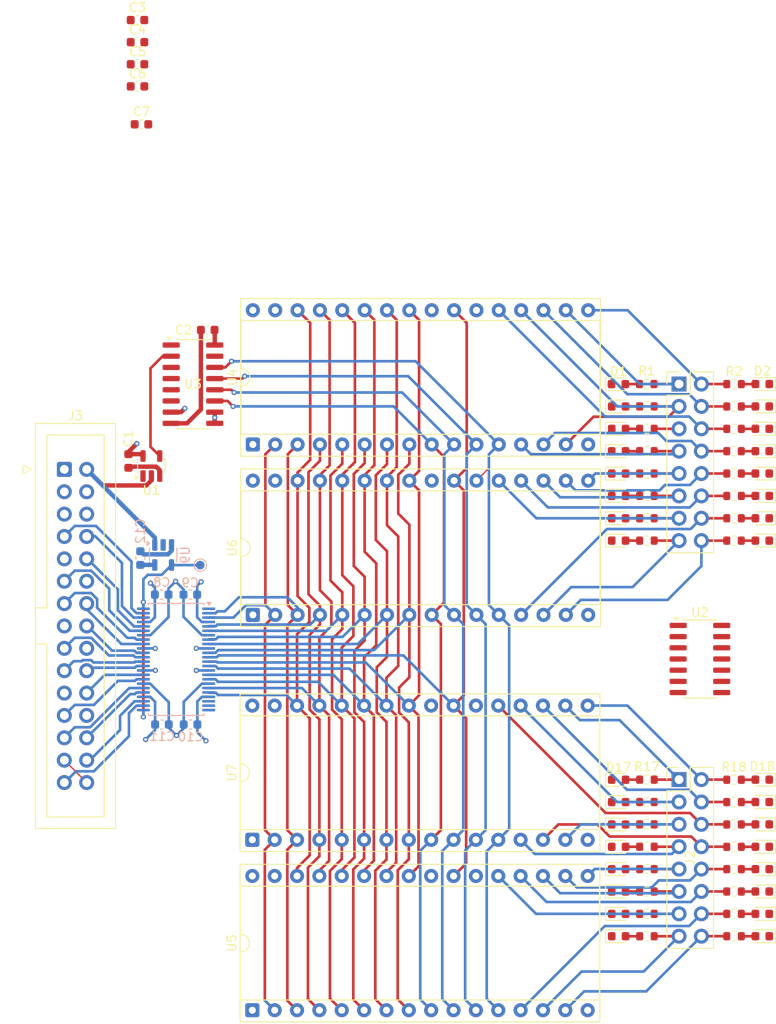
<source format=kicad_pcb>
(kicad_pcb (version 20241229) (generator "pcbnew") (generator_version "9.0")
  (layers (0 "F.Cu" signal) (2 "B.Cu" signal) (13 "F.Paste" user) (15 "B.Paste" user) (5 "F.SilkS" user "F.Silkscreen") (7 "B.SilkS" user "B.Silkscreen") (1 "F.Mask" user) (3 "B.Mask" user) (25 "Edge.Cuts" user))
  (net 0 "")
  (net 1 "+5V")
  (net 2 "GND")
  (net 3 "Net-(D1-A)")
  (net 4 "Net-(D2-A)")
  (net 5 "Net-(D3-A)")
  (net 6 "Net-(D4-A)")
  (net 7 "Net-(D5-A)")
  (net 8 "Net-(D6-A)")
  (net 9 "Net-(D7-A)")
  (net 10 "Net-(D8-A)")
  (net 11 "Net-(D9-A)")
  (net 12 "Net-(D10-A)")
  (net 13 "Net-(D11-A)")
  (net 14 "Net-(D12-A)")
  (net 15 "Net-(D13-A)")
  (net 16 "Net-(D14-A)")
  (net 17 "Net-(D15-A)")
  (net 18 "Net-(D16-A)")
  (net 19 "Net-(D17-A)")
  (net 20 "Net-(D18-A)")
  (net 21 "Net-(D19-A)")
  (net 22 "Net-(D20-A)")
  (net 23 "Net-(D21-A)")
  (net 24 "Net-(D22-A)")
  (net 25 "Net-(D23-A)")
  (net 26 "Net-(D24-A)")
  (net 27 "Net-(D25-A)")
  (net 28 "Net-(D26-A)")
  (net 29 "Net-(D27-A)")
  (net 30 "Net-(D28-A)")
  (net 31 "Net-(D29-A)")
  (net 32 "Net-(D30-A)")
  (net 33 "Net-(D31-A)")
  (net 34 "Net-(D32-A)")
  (net 35 "/IRI")
  (net 36 "/ALF1")
  (net 37 "/~{PCL}")
  (net 38 "/~{RGO}")
  (net 39 "/ALF3")
  (net 40 "/~{PCO}")
  (net 41 "/~{MW}")
  (net 42 "/HLT")
  (net 43 "/D7")
  (net 44 "/ALF0")
  (net 45 "/SWP")
  (net 46 "/D1")
  (net 47 "/~{ALO}")
  (net 48 "/~{MR}")
  (net 49 "/RSEL0")
  (net 50 "/ALF2")
  (net 51 "/RSEL2")
  (net 52 "/D0")
  (net 53 "/D6")
  (net 54 "/MSL")
  (net 55 "/~{IN_{ALA}}")
  (net 56 "/~{RGI}")
  (net 57 "/D3")
  (net 58 "/~{MAL}")
  (net 59 "/D4")
  (net 60 "/RSEL1")
  (net 61 "/D2")
  (net 62 "/PCE")
  (net 63 "/JNZ")
  (net 64 "/D5")
  (net 65 "/~{MCR}")
  (net 66 "/~{IN_{ALB}}")
  (net 67 "/bus_conn/IO9")
  (net 68 "/bus_conn/IO1")
  (net 69 "/CLK")
  (net 70 "/bus_conn/IO5")
  (net 71 "/bus_conn/IO6")
  (net 72 "/bus_conn/IO15")
  (net 73 "/bus_conn/IO13")
  (net 74 "/bus_conn/IO3")
  (net 75 "/bus_conn/IO12")
  (net 76 "/bus_conn/IO7")
  (net 77 "/bus_conn/IO14")
  (net 78 "/bus_conn/IO10")
  (net 79 "/bus_conn/IO11")
  (net 80 "/bus_conn/IO8")
  (net 81 "/bus_conn/IO4")
  (net 82 "/bus_conn/IO2")
  (net 83 "/bus_conn/IO0")
  (net 84 "Net-(U8-1CLK)")
  (net 85 "Net-(U3-CP)")
  (net 86 "/SWP_STATE")
  (net 91 "/CTR0")
  (net 93 "/CTR1")
  (net 95 "/CTR3")
  (net 96 "/CTR2")
  (net 98 "/reg16/DOUT0")
  (net 99 "/reg16/DOUT5")
  (net 101 "/reg16/DOUT10")
  (net 102 "/reg16/DOUT1")
  (net 103 "/reg16/DOUT12")
  (net 104 "/reg16/DOUT2")
  (net 106 "/reg16/DOUT11")
  (net 108 "/reg16/DOUT7")
  (net 109 "/reg16/DOUT13")
  (net 110 "/reg16/DOUT9")
  (net 111 "/reg16/DOUT4")
  (net 112 "/reg16/DOUT6")
  (net 113 "/reg16/DOUT8")
  (net 114 "/reg16/DOUT3")
  (net 124 "/reg16/~{OE}")
  (net 125 "/reg16/DOUT14")
  (net 126 "/reg16/DOUT15")
  (net 127 "/reg16/WE")
  (footprint "LED_SMD:LED_0603_1608Metric" (layer "F.Cu") (at 98.8625 149.21 180)
    (property "Reference" "D18")
    (property "Value" "LED_Small" (hide yes))
  )
  (footprint "Package_SO:SOIC-16_3.9x9.9mm_P1.27mm" (layer "F.Cu") (at 34.175 104.305)
    (property "Reference" "U3")
    (property "Value" "74LS161")
  )
  (footprint "LED_SMD:LED_0603_1608Metric" (layer "F.Cu") (at 98.8625 159.37 180)
    (property "Reference" "D26" (hide yes))
    (property "Value" "LED_Small" (hide yes))
  )
  (footprint "Resistor_SMD:R_0603_1608Metric" (layer "F.Cu") (at 85.75 164.45 180)
    (property "Reference" "R29" (hide yes))
    (property "Value" "220" (hide yes))
  )
  (footprint "Capacitor_SMD:C_0603_1608Metric" (layer "F.Cu") (at 28.325 74.8)
    (property "Reference" "C7")
    (property "Value" "0.1uF")
  )
  (footprint "LED_SMD:LED_0603_1608Metric" (layer "F.Cu") (at 98.8625 154.29 180)
    (property "Reference" "D22" (hide yes))
    (property "Value" "LED_Small" (hide yes))
  )
  (footprint "LED_SMD:LED_0603_1608Metric" (layer "F.Cu") (at 98.8625 106.83 180)
    (property "Reference" "D4" (hide yes))
    (property "Value" "LED_Small" (hide yes))
  )
  (footprint "LED_SMD:LED_0603_1608Metric" (layer "F.Cu") (at 82.5375 122.07)
    (property "Reference" "D15" (hide yes))
    (property "Value" "LED_Small" (hide yes))
  )
  (footprint "LED_SMD:LED_0603_1608Metric" (layer "F.Cu") (at 82.5125 104.3)
    (property "Reference" "D1")
    (property "Value" "LED_Small" (hide yes))
  )
  (footprint "Capacitor_SMD:C_0603_1608Metric" (layer "F.Cu") (at 35.85 98.15 180)
    (property "Reference" "C2")
    (property "Value" "0.1uF" (hide yes))
  )
  (footprint "Resistor_SMD:R_0603_1608Metric" (layer "F.Cu") (at 95.65 104.3)
    (property "Reference" "R2")
    (property "Value" "220" (hide yes))
  )
  (footprint "Resistor_SMD:R_0603_1608Metric" (layer "F.Cu") (at 85.75 156.83 180)
    (property "Reference" "R23" (hide yes))
    (property "Value" "220" (hide yes))
  )
  (footprint "LED_SMD:LED_0603_1608Metric" (layer "F.Cu") (at 82.5375 161.912857)
    (property "Reference" "D27" (hide yes))
    (property "Value" "LED_Small" (hide yes))
  )
  (footprint "LED_SMD:LED_0603_1608Metric" (layer "F.Cu") (at 82.5375 114.454286)
    (property "Reference" "D9" (hide yes))
    (property "Value" "LED_Small" (hide yes))
  )
  (footprint "LED_SMD:LED_0603_1608Metric" (layer "F.Cu") (at 82.5375 164.451429)
    (property "Reference" "D29" (hide yes))
    (property "Value" "LED_Small" (hide yes))
  )
  (footprint "Resistor_SMD:R_0603_1608Metric" (layer "F.Cu") (at 95.65 154.297143)
    (property "Reference" "R22" (hide yes))
    (property "Value" "220" (hide yes))
  )
  (footprint "LED_SMD:LED_0603_1608Metric" (layer "F.Cu") (at 82.5375 109.377143)
    (property "Reference" "D5" (hide yes))
    (property "Value" "LED_Small" (hide yes))
  )
  (footprint "Connector_PinHeader_2.54mm:PinHeader_2x08_P2.54mm_Vertical" (layer "F.Cu") (at 89.4 149.205)
    (property "Reference" "J2")
    (property "Value" "Conn_02x08_Odd_Even" (hide yes))
  )
  (footprint "Resistor_SMD:R_0603_1608Metric" (layer "F.Cu") (at 85.75 111.91 180)
    (property "Reference" "R7" (hide yes))
    (property "Value" "220" (hide yes))
  )
  (footprint "Package_DIP:DIP-32_W15.24mm_Socket" (layer "F.Cu") (at 40.92 175.39 90)
    (property "Reference" "U5")
    (property "Value" "SST39SF020")
  )
  (footprint "Resistor_SMD:R_0603_1608Metric" (layer "F.Cu") (at 85.75 119.53 180)
    (property "Reference" "R13" (hide yes))
    (property "Value" "220" (hide yes))
  )
  (footprint "Resistor_SMD:R_0603_1608Metric" (layer "F.Cu") (at 95.65 111.915714)
    (property "Reference" "R8" (hide yes))
    (property "Value" "220" (hide yes))
  )
  (footprint "Resistor_SMD:R_0603_1608Metric" (layer "F.Cu") (at 95.65 161.912857)
    (property "Reference" "R28" (hide yes))
    (property "Value" "220" (hide yes))
  )
  (footprint "Resistor_SMD:R_0603_1608Metric" (layer "F.Cu") (at 95.65 164.451429)
    (property "Reference" "R30" (hide yes))
    (property "Value" "220" (hide yes))
  )
  (footprint "Resistor_SMD:R_0603_1608Metric" (layer "F.Cu") (at 95.65 106.838571)
    (property "Reference" "R4" (hide yes))
    (property "Value" "220" (hide yes))
  )
  (footprint "Capacitor_SMD:C_0603_1608Metric" (layer "F.Cu") (at 26.85 113.025 -90)
    (property "Reference" "C1")
    (property "Value" "0.1uF" (hide yes))
  )
  (footprint "LED_SMD:LED_0603_1608Metric" (layer "F.Cu") (at 98.8625 122.07 180)
    (property "Reference" "D16" (hide yes))
    (property "Value" "LED_Small" (hide yes))
  )
  (footprint "LED_SMD:LED_0603_1608Metric" (layer "F.Cu") (at 98.8625 111.91 180)
    (property "Reference" "D8" (hide yes))
    (property "Value" "LED_Small" (hide yes))
  )
  (footprint "Resistor_SMD:R_0603_1608Metric" (layer "F.Cu") (at 95.65 114.454286)
    (property "Reference" "R10" (hide yes))
    (property "Value" "220" (hide yes))
  )
  (footprint "Resistor_SMD:R_0603_1608Metric" (layer "F.Cu") (at 85.75 122.07 180)
    (property "Reference" "R15" (hide yes))
    (property "Value" "220" (hide yes))
  )
  (footprint "Connector_IDC:IDC-Header_2x15_P2.54mm_Vertical" (layer "F.Cu") (at 19.56 113.98)
    (property "Reference" "J3")
    (property "Value" "Conn_02x15_Odd_Even")
  )
  (footprint "Resistor_SMD:R_0603_1608Metric" (layer "F.Cu") (at 85.75 109.37 180)
    (property "Reference" "R5" (hide yes))
    (property "Value" "220" (hide yes))
  )
  (footprint "LED_SMD:LED_0603_1608Metric" (layer "F.Cu") (at 98.8625 109.37 180)
    (property "Reference" "D6" (hide yes))
    (property "Value" "LED_Small" (hide yes))
  )
  (footprint "Capacitor_SMD:C_0603_1608Metric" (layer "F.Cu") (at 27.875 65.47)
    (property "Reference" "C4")
    (property "Value" "0.1uF")
  )
  (footprint "LED_SMD:LED_0603_1608Metric" (layer "F.Cu") (at 98.8625 151.75 180)
    (property "Reference" "D20" (hide yes))
    (property "Value" "LED_Small" (hide yes))
  )
  (footprint "Resistor_SMD:R_0603_1608Metric" (layer "F.Cu") (at 95.65 151.758571)
    (property "Reference" "R20" (hide yes))
    (property "Value" "220" (hide yes))
  )
  (footprint "LED_SMD:LED_0603_1608Metric" (layer "F.Cu") (at 82.5375 116.992857)
    (property "Reference" "D11" (hide yes))
    (property "Value" "LED_Small" (hide yes))
  )
  (footprint "Package_TO_SOT_SMD:SOT-23-5" (layer "F.Cu") (at 29.45 113.6 90)
    (property "Reference" "U1")
    (property "Value" "74AHC1G04" (hide yes))
  )
  (footprint "LED_SMD:LED_0603_1608Metric" (layer "F.Cu") (at 98.8625 161.91 180)
    (property "Reference" "D28" (hide yes))
    (property "Value" "LED_Small" (hide yes))
  )
  (footprint "LED_SMD:LED_0603_1608Metric" (layer "F.Cu") (at 82.5375 149.22)
    (property "Reference" "D17")
    (property "Value" "LED_Small" (hide yes))
  )
  (footprint "Resistor_SMD:R_0603_1608Metric" (layer "F.Cu") (at 95.65 109.377143)
    (property "Reference" "R6" (hide yes))
    (property "Value" "220" (hide yes))
  )
  (footprint "LED_SMD:LED_0603_1608Metric" (layer "F.Cu") (at 82.5375 156.835714)
    (property "Reference" "D23" (hide yes))
    (property "Value" "LED_Small" (hide yes))
  )
  (footprint "Capacitor_SMD:C_0603_1608Metric" (layer "F.Cu") (at 27.875 62.96)
    (property "Reference" "C3")
    (property "Value" "0.1uF")
  )
  (footprint "Resistor_SMD:R_0603_1608Metric" (layer "F.Cu") (at 95.65 122.07)
    (property "Reference" "R16" (hide yes))
    (property "Value" "220" (hide yes))
  )
  (footprint "Resistor_SMD:R_0603_1608Metric" (layer "F.Cu") (at 85.75 154.29 180)
    (property "Reference" "R21" (hide yes))
    (property "Value" "220" (hide yes))
  )
  (footprint "LED_SMD:LED_0603_1608Metric" (layer "F.Cu") (at 82.5375 151.758571)
    (property "Reference" "D19" (hide yes))
    (property "Value" "LED_Small" (hide yes))
  )
  (footprint "Resistor_SMD:R_0603_1608Metric" (layer "F.Cu") (at 95.65 119.531429)
    (property "Reference" "R14" (hide yes))
    (property "Value" "220" (hide yes))
  )
  (footprint "LED_SMD:LED_0603_1608Metric" (layer "F.Cu") (at 82.5375 111.915714)
    (property "Reference" "D7" (hide yes))
    (property "Value" "LED_Small" (hide yes))
  )
  (footprint "Resistor_SMD:R_0603_1608Metric" (layer "F.Cu") (at 95.65 116.992857)
    (property "Reference" "R12" (hide yes))
    (property "Value" "220" (hide yes))
  )
  (footprint "LED_SMD:LED_0603_1608Metric" (layer "F.Cu") (at 98.8625 119.53 180)
    (property "Reference" "D14" (hide yes))
    (property "Value" "LED_Small" (hide yes))
  )
  (footprint "LED_SMD:LED_0603_1608Metric" (layer "F.Cu") (at 98.8625 114.45 180)
    (property "Reference" "D10" (hide yes))
    (property "Value" "LED_Small" (hide yes))
  )
  (footprint "LED_SMD:LED_0603_1608Metric" (layer "F.Cu") (at 98.8625 164.45 180)
    (property "Reference" "D30" (hide yes))
    (property "Value" "LED_Small" (hide yes))
  )
  (footprint "Resistor_SMD:R_0603_1608Metric" (layer "F.Cu") (at 95.65 159.374286)
    (property "Reference" "R26" (hide yes))
    (property "Value" "220" (hide yes))
  )
  (footprint "Package_DIP:DIP-32_W15.24mm_Socket" (layer "F.Cu") (at 40.92 156.04 90)
    (property "Reference" "U7")
    (property "Value" "SST39SF020")
  )
  (footprint "Resistor_SMD:R_0603_1608Metric" (layer "F.Cu") (at 85.725 104.29 180)
    (property "Reference" "R1")
    (property "Value" "220" (hide yes))
  )
  (footprint "Resistor_SMD:R_0603_1608Metric" (layer "F.Cu") (at 85.75 151.75 180)
    (property "Reference" "R19" (hide yes))
    (property "Value" "220" (hide yes))
  )
  (footprint "Resistor_SMD:R_0603_1608Metric" (layer "F.Cu") (at 85.75 166.99 180)
    (property "Reference" "R31" (hide yes))
    (property "Value" "220" (hide yes))
  )
  (footprint "Resistor_SMD:R_0603_1608Metric" (layer "F.Cu") (at 95.65 166.99)
    (property "Reference" "R32" (hide yes))
    (property "Value" "220" (hide yes))
  )
  (footprint "Package_DIP:DIP-32_W15.24mm_Socket" (layer "F.Cu") (at 40.98 130.5 90)
    (property "Reference" "U6")
    (property "Value" "SST39SF020")
  )
  (footprint "Resistor_SMD:R_0603_1608Metric" (layer "F.Cu") (at 95.65 149.22)
    (property "Reference" "R18")
    (property "Value" "220" (hide yes))
  )
  (footprint "Resistor_SMD:R_0603_1608Metric" (layer "F.Cu") (at 85.75 116.99 180)
    (property "Reference" "R11" (hide yes))
    (property "Value" "220" (hide yes))
  )
  (footprint "Resistor_SMD:R_0603_1608Metric" (layer "F.Cu") (at 85.75 159.37 180)
    (property "Reference" "R25" (hide yes))
    (property "Value" "220" (hide yes))
  )
  (footprint "LED_SMD:LED_0603_1608Metric" (layer "F.Cu") (at 82.5375 119.531429)
    (property "Reference" "D13" (hide yes))
    (property "Value" "LED_Small" (hide yes))
  )
  (footprint "LED_SMD:LED_0603_1608Metric" (layer "F.Cu") (at 82.5375 166.99)
    (property "Reference" "D31" (hide yes))
    (property "Value" "LED_Small" (hide yes))
  )
  (footprint "LED_SMD:LED_0603_1608Metric" (layer "F.Cu") (at 98.8625 116.99 180)
    (property "Reference" "D12" (hide yes))
    (property "Value" "LED_Small" (hide yes))
  )
  (footprint "LED_SMD:LED_0603_1608Metric" (layer "F.Cu") (at 82.5375 106.838571)
    (property "Reference" "D3" (hide yes))
    (property "Value" "LED_Small" (hide yes))
  )
  (footprint "Package_SO:SOIC-14_3.9x8.7mm_P1.27mm" (layer "F.Cu") (at 91.775 135.51)
    (property "Reference" "U2")
    (property "Value" "74HC73")
  )
  (footprint "LED_SMD:LED_0603_1608Metric" (layer "F.Cu") (at 98.8625 104.29 180)
    (property "Reference" "D2")
    (property "Value" "LED_Small" (hide yes))
  )
  (footprint "Resistor_SMD:R_0603_1608Metric" (layer "F.Cu") (at 85.75 149.21 180)
    (property "Reference" "R17")
    (property "Value" "220" (hide yes))
  )
  (footprint "Resistor_SMD:R_0603_1608Metric" (layer "F.Cu") (at 85.75 114.45 180)
    (property "Reference" "R9" (hide yes))
    (property "Value" "220" (hide yes))
  )
  (footprint "Resistor_SMD:R_0603_1608Metric" (layer "F.Cu") (at 85.75 161.91 180)
    (property "Reference" "R27" (hide yes))
    (property "Value" "220" (hide yes))
  )
  (footprint "LED_SMD:LED_0603_1608Metric" (layer "F.Cu") (at 82.5375 154.297143)
    (property "Reference" "D21" (hide yes))
    (property "Value" "LED_Small" (hide yes))
  )
  (footprint "Resistor_SMD:R_0603_1608Metric" (layer "F.Cu") (at 85.75 106.83 180)
    (property "Reference" "R3" (hide yes))
    (property "Value" "220" (hide yes))
  )
  (footprint "Resistor_SMD:R_0603_1608Metric" (layer "F.Cu") (at 95.65 156.835714)
    (property "Reference" "R24" (hide yes))
    (property "Value" "220" (hide yes))
  )
  (footprint "Capacitor_SMD:C_0603_1608Metric" (layer "F.Cu") (at 27.875 70.49)
    (property "Reference" "C6")
    (property "Value" "0.1uF")
  )
  (footprint "Connector_PinHeader_2.54mm:PinHeader_2x08_P2.54mm_Vertical" (layer "F.Cu") (at 89.4 104.29)
    (property "Reference" "J1" (hide yes))
    (property "Value" "Conn_02x08_Odd_Even" (hide yes))
  )
  (footprint "Capacitor_SMD:C_0603_1608Metric" (layer "F.Cu") (at 27.875 67.98)
    (property "Reference" "C5")
    (property "Value" "0.1uF")
  )
  (footprint "LED_SMD:LED_0603_1608Metric" (layer "F.Cu") (at 98.8625 166.99 180)
    (property "Reference" "D32" (hide yes))
    (property "Value" "LED_Small" (hide yes))
  )
  (footprint "Package_DIP:DIP-32_W15.24mm_Socket" (layer "F.Cu") (at 40.98 111.15 90)
    (property "Reference" "U4")
    (property "Value" "SST39SF020")
  )
  (footprint "LED_SMD:LED_0603_1608Metric" (layer "F.Cu") (at 82.5375 159.374286)
    (property "Reference" "D25" (hide yes))
    (property "Value" "LED_Small" (hide yes))
  )
  (footprint "LED_SMD:LED_0603_1608Metric" (layer "F.Cu") (at 98.8625 156.83 180)
    (property "Reference" "D24" (hide yes))
    (property "Value" "LED_Small" (hide yes))
  )
  (footprint "Capacitor_SMD:C_0603_1608Metric" (layer "B.Cu") (at 33.9 142.95)
    (property "Reference" "C10")
    (property "Value" "0.01uF" (hide yes))
  )
  (footprint "TestPoint:TestPoint_Pad_D1.0mm" (layer "B.Cu") (at 35 124.85)
    (property "Reference" "TP1" (hide yes))
    (property "Value" "TestPoint" (hide yes))
  )
  (footprint "Package_SO:TSSOP-48_6.1x12.5mm_P0.5mm" (layer "B.Cu") (at 32.2525 135.56 180)
    (property "Reference" "U8" (hide yes))
    (property "Value" "SN74AHCT16374DGGR" (hide yes))
  )
  (footprint "Capacitor_SMD:C_0603_1608Metric" (layer "B.Cu") (at 30.625 128.2 180)
    (property "Reference" "C8")
    (property "Value" "0.01uF" (hide yes))
  )
  (footprint "Package_TO_SOT_SMD:SOT-23-5" (layer "B.Cu") (at 30.7875 123.7 -90)
    (property "Reference" "U9")
    (property "Value" "74AHC1G08" (hide yes))
  )
  (footprint "Capacitor_SMD:C_0603_1608Metric" (layer "B.Cu") (at 33.875 128.2)
    (property "Reference" "C9")
    (property "Value" "0.01uF" (hide yes))
  )
  (footprint "Capacitor_SMD:C_0603_1608Metric" (layer "B.Cu") (at 30.65 142.95 180)
    (property "Reference" "C11")
    (property "Value" "0.01uF" (hide yes))
  )
  (footprint "Capacitor_SMD:C_0603_1608Metric" (layer "B.Cu") (at 28.2 124.05 90)
    (property "Reference" "C12")
    (property "Value" "0.1uF" (hide yes))
  )
  (segment (start 36.65 98.175) (end 36.625 98.15) (width 0.5) (layer "F.Cu") (net 1))
  (segment (start 26.85 112.25) (end 28.2875 112.25) (width 0.5) (layer "F.Cu") (net 1))
  (segment (start 36.65 99.86) (end 36.65 98.175) (width 0.5) (layer "F.Cu") (net 1))
  (segment (start 26.85 112) (end 27.8 111.05) (width 0.5) (layer "F.Cu") (net 1))
  (segment (start 26.85 112.25) (end 26.85 112) (width 0.5) (layer "F.Cu") (net 1))
  (segment (start 22.2757 116.3443) (end 22.1 116.52) (width 0.1524) (layer "F.Cu") (net 1))
  (segment (start 31.7 107.48) (end 32.82 107.48) (width 0.5) (layer "F.Cu") (net 1))
  (segment (start 36.65 107.48) (end 36.65 108.75) (width 0.5) (layer "F.Cu") (net 1))
  (segment (start 28.2875 112.25) (end 28.5 112.4625) (width 0.5) (layer "F.Cu") (net 1))
  (segment (start 32.82 107.48) (end 33.25 107.05) (width 0.5) (layer "F.Cu") (net 1))
  (via (at 32.2 126.7) (size 0.6) (drill 0.3) (layers "F.Cu" "B.Cu") (net 1))
  (via (at 32.3 144.2) (size 0.6) (drill 0.3) (layers "F.Cu" "B.Cu") (net 1))
  (via (at 27.8 111.05) (size 0.6) (drill 0.3) (layers "F.Cu" "B.Cu") (net 1))
  (via (at 36.65 108.1) (size 0.6) (drill 0.3) (layers "F.Cu" "B.Cu") (net 1))
  (via (at 33.25 107.05) (size 0.6) (drill 0.3) (layers "F.Cu" "B.Cu") (net 1))
  (segment (start 33.1 130.719716) (end 35.190284 132.81) (width 0.3) (layer "B.Cu") (net 1))
  (segment (start 28.54 132.81) (end 29.34 132.81) (width 0.3) (layer "B.Cu") (net 1))
  (segment (start 33.125 140.375284) (end 35.190284 138.31) (width 0.3) (layer "B.Cu") (net 1))
  (segment (start 33.125 143.375) (end 33.125 142.95) (width 0.3) (layer "B.Cu") (net 1))
  (segment (start 31.425 140.420284) (end 31.425 142.95) (width 0.3) (layer "B.Cu") (net 1))
  (segment (start 32.2 126.7) (end 33.1 127.6) (width 0.3) (layer "B.Cu") (net 1))
  (segment (start 35.190284 132.81) (end 35.965 132.81) (width 0.3) (layer "B.Cu") (net 1))
  (segment (start 29.34 132.81) (end 31.4 130.75) (width 0.3) (layer "B.Cu") (net 1))
  (segment (start 32.2 126.7) (end 31.4 127.5) (width 0.3) (layer "B.Cu") (net 1))
  (segment (start 31.425 143.325) (end 31.425 142.95) (width 0.3) (layer "B.Cu") (net 1))
  (segment (start 35.190284 138.31) (end 35.965 138.31) (width 0.3) (layer "B.Cu") (net 1))
  (segment (start 31.4 127.5) (end 31.4 128.2) (width 0.3) (layer "B.Cu") (net 1))
  (segment (start 32.3 144.2) (end 33.125 143.375) (width 0.3) (layer "B.Cu") (net 1))
  (segment (start 33.1 127.6) (end 33.1 128.2) (width 0.3) (layer "B.Cu") (net 1))
  (segment (start 31.4 130.75) (end 31.4 128.2) (width 0.3) (layer "B.Cu") (net 1))
  (segment (start 33.125 142.95) (end 33.125 140.375284) (width 0.3) (layer "B.Cu") (net 1))
  (segment (start 28.54 138.31) (end 29.314716 138.31) (width 0.3) (layer "B.Cu") (net 1))
  (segment (start 29.314716 138.31) (end 31.425 140.420284) (width 0.3) (layer "B.Cu") (net 1))
  (segment (start 28.2 124.825) (end 29.825 124.825) (width 0.5) (layer "B.Cu") (net 1))
  (segment (start 29.825 124.825) (end 29.8375 124.8375) (width 0.5) (layer "B.Cu") (net 1))
  (segment (start 32.3 144.2) (end 31.425 143.325) (width 0.3) (layer "B.Cu") (net 1))
  (segment (start 33.1 128.2) (end 33.1 130.719716) (width 0.3) (layer "B.Cu") (net 1))
  (segment (start 22.1 149.54) (end 19.56 147) (width 0.1524) (layer "F.Cu") (net 2))
  (segment (start 33.5 108.75) (end 35.075 107.175) (width 0.5) (layer "F.Cu") (net 2))
  (segment (start 26.85 113.8) (end 26.9784 113.6716) (width 0.5) (layer "F.Cu") (net 2))
  (segment (start 26.9784 113.6716) (end 29.996599 113.6716) (width 0.5) (layer "F.Cu") (net 2))
  (segment (start 31.7 108.75) (end 33.5 108.75) (width 0.5) (layer "F.Cu") (net 2))
  (segment (start 35.075 107.175) (end 35.075 98.15) (width 0.5) (layer "F.Cu") (net 2))
  (segment (start 30.4 114.075001) (end 30.4 114.7375) (width 0.5) (layer "F.Cu") (net 2))
  (segment (start 66.38 115.26) (end 67.7447 113.8953) (width 0.1524) (layer "F.Cu") (net 2))
  (segment (start 29.996599 113.6716) (end 30.4 114.075001) (width 0.5) (layer "F.Cu") (net 2))
  (via (at 35.1 126.75) (size 0.6) (drill 0.3) (layers "F.Cu" "B.Cu") (net 2))
  (via (at 29.89 134.31) (size 0.6) (drill 0.3) (layers "F.Cu" "B.Cu") (net 2))
  (via (at 34.55 134.3) (size 0.6) (drill 0.3) (layers "F.Cu" "B.Cu") (net 2))
  (via (at 34.56 136.81) (size 0.6) (drill 0.3) (layers "F.Cu" "B.Cu") (net 2))
  (via (at 29.9 136.8) (size 0.6) (drill 0.3) (layers "F.Cu" "B.Cu") (net 2))
  (via (at 28.8 144.65) (size 0.6) (drill 0.3) (layers "F.Cu" "B.Cu") (net 2))
  (via (at 29.35 126.9) (size 0.6) (drill 0.3) (layers "F.Cu" "B.Cu") (net 2))
  (via (at 35.65 144.8) (size 0.6) (drill 0.3) (layers "F.Cu" "B.Cu") (net 2))
  (segment (start 34.65 128.2) (end 34.65 127.2) (width 0.3) (layer "B.Cu") (net 2))
  (segment (start 28.5534 123.6284) (end 31.334099 123.6284) (width 0.5) (layer "B.Cu") (net 2))
  (segment (start 29.875 140.370284) (end 29.314716 139.81) (width 0.3) (layer "B.Cu") (net 2))
  (segment (start 28.54 131.31) (end 29.314716 131.31) (width 0.3) (layer "B.Cu") (net 2))
  (segment (start 35.965 136.81) (end 34.56 136.81) (width 0.3) (layer "B.Cu") (net 2))
  (segment (start 29.314716 139.81) (end 28.54 139.81) (width 0.3) (layer "B.Cu") (net 2))
  (segment (start 28.2 123.275) (end 28.5534 123.6284) (width 0.5) (layer "B.Cu") (net 2))
  (segment (start 34.675 143.825) (end 35.65 144.8) (width 0.3) (layer "B.Cu") (net 2))
  (segment (start 34.675 142.95) (end 34.675 140.325284) (width 0.3) (layer "B.Cu") (net 2))
  (segment (start 34.65 130.769716) (end 35.190284 131.31) (width 0.3) (layer "B.Cu") (net 2))
  (segment (start 34.675 142.95) (end 34.675 143.825) (width 0.3) (layer "B.Cu") (net 2))
  (segment (start 29.85 128.2) (end 29.85 127.4) (width 0.3) (layer "B.Cu") (net 2))
  (segment (start 28.55 136.8) (end 29.9 136.8) (width 0.3) (layer "B.Cu") (net 2))
  (segment (start 29.875 142.95) (end 29.875 143.575) (width 0.3) (layer "B.Cu") (net 2))
  (segment (start 29.85 130.774716) (end 29.85 128.2) (width 0.3) (layer "B.Cu") (net 2))
  (segment (start 34.65 127.2) (end 35.1 126.75) (width 0.3) (layer "B.Cu") (net 2))
  (segment (start 29.314716 131.31) (end 29.85 130.774716) (width 0.3) (layer "B.Cu") (net 2))
  (segment (start 34.56 134.31) (end 34.55 134.3) (width 0.3) (layer "B.Cu") (net 2))
  (segment (start 31.334099 123.6284) (end 31.7375 123.224999) (width 0.5) (layer "B.Cu") (net 2))
  (segment (start 28.54 134.31) (end 29.89 134.31) (width 0.3) (layer "B.Cu") (net 2))
  (segment (start 34.675 140.325284) (end 35.190284 139.81) (width 0.3) (layer "B.Cu") (net 2))
  (segment (start 35.965 134.31) (end 34.56 134.31) (width 0.3) (layer "B.Cu") (net 2))
  (segment (start 31.7375 123.224999) (end 31.7375 122.5625) (width 0.5) (layer "B.Cu") (net 2))
  (segment (start 34.65 128.2) (end 34.65 130.769716) (width 0.3) (layer "B.Cu") (net 2))
  (segment (start 29.85 127.4) (end 29.35 126.9) (width 0.3) (layer "B.Cu") (net 2))
  (segment (start 29.875 143.575) (end 28.8 144.65) (width 0.3) (layer "B.Cu") (net 2))
  (segment (start 29.875 142.95) (end 29.875 140.370284) (width 0.3) (layer "B.Cu") (net 2))
  (segment (start 28.54 136.81) (end 28.55 136.8) (width 0.3) (layer "B.Cu") (net 2))
  (segment (start 35.190284 139.81) (end 35.965 139.81) (width 0.3) (layer "B.Cu") (net 2))
  (segment (start 35.190284 131.31) (end 35.965 131.31) (width 0.3) (layer "B.Cu") (net 2))
  (segment (start 84.9 104.29) (end 83.31 104.29) (width 0.3) (layer "F.Cu") (net 3))
  (segment (start 83.31 104.29) (end 83.3 104.3) (width 0.3) (layer "F.Cu") (net 3))
  (segment (start 98.065 104.3) (end 98.075 104.29) (width 0.3) (layer "F.Cu") (net 4))
  (segment (start 96.475 104.3) (end 98.065 104.3) (width 0.3) (layer "F.Cu") (net 4))
  (segment (start 84.925 106.83) (end 83.333571 106.83) (width 0.3) (layer "F.Cu") (net 5))
  (segment (start 83.333571 106.83) (end 83.325 106.838571) (width 0.3) (layer "F.Cu") (net 5))
  (segment (start 96.475 106.838571) (end 98.066429 106.838571) (width 0.3) (layer "F.Cu") (net 6))
  (segment (start 98.066429 106.838571) (end 98.075 106.83) (width 0.3) (layer "F.Cu") (net 6))
  (segment (start 84.917857 109.377143) (end 84.925 109.37) (width 0.3) (layer "F.Cu") (net 7))
  (segment (start 83.325 109.377143) (end 84.917857 109.377143) (width 0.3) (layer "F.Cu") (net 7))
  (segment (start 96.475 109.377143) (end 98.067857 109.377143) (width 0.3) (layer "F.Cu") (net 8))
  (segment (start 98.067857 109.377143) (end 98.075 109.37) (width 0.3) (layer "F.Cu") (net 8))
  (segment (start 84.919286 111.915714) (end 84.925 111.91) (width 0.3) (layer "F.Cu") (net 9))
  (segment (start 83.325 111.915714) (end 84.919286 111.915714) (width 0.3) (layer "F.Cu") (net 9))
  (segment (start 98.069286 111.915714) (end 98.075 111.91) (width 0.3) (layer "F.Cu") (net 10))
  (segment (start 96.475 111.915714) (end 98.069286 111.915714) (width 0.3) (layer "F.Cu") (net 10))
  (segment (start 84.925 114.45) (end 83.329286 114.45) (width 0.3) (layer "F.Cu") (net 11))
  (segment (start 83.329286 114.45) (end 83.325 114.454286) (width 0.3) (layer "F.Cu") (net 11))
  (segment (start 96.475 114.454286) (end 98.070714 114.454286) (width 0.3) (layer "F.Cu") (net 12))
  (segment (start 98.070714 114.454286) (end 98.075 114.45) (width 0.3) (layer "F.Cu") (net 12))
  (segment (start 83.325 116.992857) (end 84.922143 116.992857) (width 0.3) (layer "F.Cu") (net 13))
  (segment (start 84.922143 116.992857) (end 84.925 116.99) (width 0.3) (layer "F.Cu") (net 13))
  (segment (start 96.475 116.992857) (end 98.072143 116.992857) (width 0.3) (layer "F.Cu") (net 14))
  (segment (start 98.072143 116.992857) (end 98.075 116.99) (width 0.3) (layer "F.Cu") (net 14))
  (segment (start 84.923571 119.531429) (end 84.925 119.53) (width 0.3) (layer "F.Cu") (net 15))
  (segment (start 83.325 119.531429) (end 84.923571 119.531429) (width 0.3) (layer "F.Cu") (net 15))
  (segment (start 98.073571 119.531429) (end 98.075 119.53) (width 0.3) (layer "F.Cu") (net 16))
  (segment (start 96.475 119.531429) (end 98.073571 119.531429) (width 0.3) (layer "F.Cu") (net 16))
  (segment (start 83.325 122.07) (end 84.925 122.07) (width 0.3) (layer "F.Cu") (net 17))
  (segment (start 96.475 122.07) (end 98.075 122.07) (width 0.3) (layer "F.Cu") (net 18))
  (segment (start 84.8375 149.21) (end 83.335 149.21) (width 0.3) (layer "F.Cu") (net 19))
  (segment (start 83.335 149.21) (end 83.325 149.22) (width 0.3) (layer "F.Cu") (net 19))
  (segment (start 96.475 149.22) (end 98.065 149.22) (width 0.3) (layer "F.Cu") (net 20))
  (segment (start 98.065 149.22) (end 98.075 149.21) (width 0.3) (layer "F.Cu") (net 20))
  (segment (start 84.8625 151.75) (end 83.333571 151.75) (width 0.3) (layer "F.Cu") (net 21))
  (segment (start 83.333571 151.75) (end 83.325 151.758571) (width 0.3) (layer "F.Cu") (net 21))
  (segment (start 96.475 151.758571) (end 98.066429 151.758571) (width 0.3) (layer "F.Cu") (net 22))
  (segment (start 98.066429 151.758571) (end 98.075 151.75) (width 0.3) (layer "F.Cu") (net 22))
  (segment (start 83.2625 154.297143) (end 84.855357 154.297143) (width 0.3) (layer "F.Cu") (net 23))
  (segment (start 98.067857 154.297143) (end 98.075 154.29) (width 0.3) (layer "F.Cu") (net 24))
  (segment (start 96.475 154.297143) (end 98.067857 154.297143) (width 0.3) (layer "F.Cu") (net 24))
  (segment (start 84.851072 156.83) (end 84.856786 156.835714) (width 0.3) (layer "F.Cu") (net 25))
  (segment (start 83.330714 156.83) (end 84.851072 156.83) (width 0.3) (layer "F.Cu") (net 25))
  (segment (start 83.325 156.835714) (end 83.330714 156.83) (width 0.3) (layer "F.Cu") (net 25))
  (segment (start 98.069286 156.835714) (end 98.075 156.83) (width 0.3) (layer "F.Cu") (net 26))
  (segment (start 96.475 156.835714) (end 98.069286 156.835714) (width 0.3) (layer "F.Cu") (net 26))
  (segment (start 83.329286 159.37) (end 83.325 159.374286) (width 0.3) (layer "F.Cu") (net 27))
  (segment (start 84.8625 159.37) (end 83.329286 159.37) (width 0.3) (layer "F.Cu") (net 27))
  (segment (start 96.475 159.374286) (end 98.070714 159.374286) (width 0.3) (layer "F.Cu") (net 28))
  (segment (start 98.070714 159.374286) (end 98.075 159.37) (width 0.3) (layer "F.Cu") (net 28))
  (segment (start 83.325 161.912857) (end 84.859643 161.912857) (width 0.3) (layer "F.Cu") (net 29))
  (segment (start 96.475 161.912857) (end 98.072143 161.912857) (width 0.3) (layer "F.Cu") (net 30))
  (segment (start 98.072143 161.912857) (end 98.075 161.91) (width 0.3) (layer "F.Cu") (net 30))
  (segment (start 83.325 164.451429) (end 84.861071 164.451429) (width 0.3) (layer "F.Cu") (net 31))
  (segment (start 96.475 164.451429) (end 98.073571 164.451429) (width 0.3) (layer "F.Cu") (net 32))
  (segment (start 98.073571 164.451429) (end 98.075 164.45) (width 0.3) (layer "F.Cu") (net 32))
  (segment (start 83.2625 166.99) (end 84.8625 166.99) (width 0.3) (layer "F.Cu") (net 33))
  (segment (start 96.475 166.99) (end 98.075 166.99) (width 0.3) (layer "F.Cu") (net 34))
  (segment (start 86.575 109.37) (end 89.4 109.37) (width 0.3) (layer "F.Cu") (net 35))
  (segment (start 94.823571 119.53) (end 94.825 119.531429) (width 0.3) (layer "F.Cu") (net 36))
  (segment (start 91.94 119.53) (end 94.823571 119.53) (width 0.3) (layer "F.Cu") (net 36))
  (segment (start 90.72 120.75) (end 91.94 119.53) (width 0.3) (layer "B.Cu") (net 36))
  (segment (start 71.46 130.5) (end 81.21 120.75) (width 0.3) (layer "B.Cu") (net 36))
  (segment (start 81.21 120.75) (end 90.72 120.75) (width 0.3) (layer "B.Cu") (net 36))
  (segment (start 86.575 151.75) (end 89.395 151.75) (width 0.3) (layer "F.Cu") (net 37))
  (segment (start 89.395 151.75) (end 89.4 151.745) (width 0.3) (layer "F.Cu") (net 37))
  (segment (start 71.4 140.8) (end 82.345 151.745) (width 0.3) (layer "B.Cu") (net 37))
  (segment (start 82.345 151.745) (end 89.4 151.745) (width 0.3) (layer "B.Cu") (net 37))
  (segment (start 94.820714 114.45) (end 94.825 114.454286) (width 0.3) (layer "F.Cu") (net 38))
  (segment (start 91.94 114.45) (end 94.820714 114.45) (width 0.3) (layer "F.Cu") (net 38))
  (segment (start 90.64 115.75) (end 91.94 114.45) (width 0.3) (layer "B.Cu") (net 38))
  (segment (start 87.8 115.75) (end 90.64 115.75) (width 0.3) (layer "B.Cu") (net 38))
  (segment (start 76.54 115.26) (end 77.6434 116.3634) (width 0.3) (layer "B.Cu") (net 38))
  (segment (start 77.6434 116.3634) (end 87.1866 116.3634) (width 0.3) (layer "B.Cu") (net 38))
  (segment (start 87.1866 116.3634) (end 87.8 115.75) (width 0.3) (layer "B.Cu") (net 38))
  (segment (start 91.94 122.07) (end 94.825 122.07) (width 0.3) (layer "F.Cu") (net 39))
  (segment (start 91.94 124.96) (end 91.94 122.07) (width 0.3) (layer "B.Cu") (net 39))
  (segment (start 78.24 128.8) (end 88.1 128.8) (width 0.3) (layer "B.Cu") (net 39))
  (segment (start 88.1 128.8) (end 91.94 124.96) (width 0.3) (layer "B.Cu") (net 39))
  (segment (start 76.54 130.5) (end 78.24 128.8) (width 0.3) (layer "B.Cu") (net 39))
  (segment (start 94.811429 151.745) (end 94.825 151.758571) (width 0.3) (layer "F.Cu") (net 40))
  (segment (start 91.94 151.745) (end 94.811429 151.745) (width 0.3) (layer "F.Cu") (net 40))
  (segment (start 90.5534 150.3584) (end 91.94 151.745) (width 0.3) (layer "B.Cu") (net 40))
  (segment (start 73.94 140.8) (end 83.4984 150.3584) (width 0.3) (layer "B.Cu") (net 40))
  (segment (start 83.4984 150.3584) (end 90.5534 150.3584) (width 0.3) (layer "B.Cu") (net 40))
  (segment (start 89.4 104.29) (end 86.55 104.29) (width 0.3) (layer "F.Cu") (net 41))
  (segment (start 84.92 104.29) (end 89.4 104.29) (width 0.3) (layer "B.Cu") (net 41))
  (segment (start 76.54 95.91) (end 84.92 104.29) (width 0.3) (layer "B.Cu") (net 41))
  (segment (start 89.395 154.29) (end 89.4 154.285) (width 0.3) (layer "F.Cu") (net 42))
  (segment (start 86.575 154.29) (end 89.395 154.29) (width 0.3) (layer "F.Cu") (net 42))
  (segment (start 76.48 156.04) (end 78.235 154.285) (width 0.3) (layer "B.Cu") (net 42))
  (segment (start 78.235 154.285) (end 89.4 154.285) (width 0.3) (layer "B.Cu") (net 42))
  (segment (start 91.94 166.985) (end 94.82 166.985) (width 0.3) (layer "F.Cu") (net 43))
  (segment (start 94.82 166.985) (end 94.825 166.99) (width 0.3) (layer "F.Cu") (net 43))
  (segment (start 85.675 173.25) (end 91.94 166.985) (width 0.3) (layer "B.Cu") (net 43))
  (segment (start 76.48 175.39) (end 78.62 173.25) (width 0.3) (layer "B.Cu") (net 43))
  (segment (start 78.62 173.25) (end 85.675 173.25) (width 0.3) (layer "B.Cu") (net 43))
  (segment (start 89.4 119.53) (end 86.575 119.53) (width 0.3) (layer "F.Cu") (net 44))
  (segment (start 73.19 119.53) (end 89.4 119.53) (width 0.3) (layer "B.Cu") (net 44))
  (segment (start 68.92 115.26) (end 73.19 119.53) (width 0.3) (layer "B.Cu") (net 44))
  (segment (start 89.395 156.83) (end 89.4 156.825) (width 0.3) (layer "F.Cu") (net 45))
  (segment (start 86.575 156.83) (end 89.395 156.83) (width 0.3) (layer "F.Cu") (net 45))
  (segment (start 88.575 157.65) (end 89.4 156.825) (width 0.3) (layer "B.Cu") (net 45))
  (segment (start 73.01 157.65) (end 88.575 157.65) (width 0.3) (layer "B.Cu") (net 45))
  (segment (start 71.4 156.04) (end 73.01 157.65) (width 0.3) (layer "B.Cu") (net 45))
  (segment (start 94.815714 159.365) (end 94.825 159.374286) (width 0.3) (layer "F.Cu") (net 46))
  (segment (start 91.94 159.365) (end 94.815714 159.365) (width 0.3) (layer "F.Cu") (net 46))
  (segment (start 87.1 160.65) (end 90.655 160.65) (width 0.3) (layer "B.Cu") (net 46))
  (segment (start 77.78 161.45) (end 86.3 161.45) (width 0.3) (layer "B.Cu") (net 46))
  (segment (start 90.655 160.65) (end 91.94 159.365) (width 0.3) (layer "B.Cu") (net 46))
  (segment (start 86.3 161.45) (end 87.1 160.65) (width 0.3) (layer "B.Cu") (net 46))
  (segment (start 76.48 160.15) (end 77.78 161.45) (width 0.3) (layer "B.Cu") (net 46))
  (segment (start 89.395 149.21) (end 89.4 149.205) (width 0.3) (layer "F.Cu") (net 47))
  (segment (start 86.575 149.21) (end 89.395 149.21) (width 0.3) (layer "F.Cu") (net 47))
  (segment (start 76.48 140.8) (end 78.13 142.45) (width 0.3) (layer "B.Cu") (net 47))
  (segment (start 78.13 142.45) (end 82.645 142.45) (width 0.3) (layer "B.Cu") (net 47))
  (segment (start 82.645 142.45) (end 89.4 149.205) (width 0.3) (layer "B.Cu") (net 47))
  (segment (start 91.94 104.29) (end 94.815 104.29) (width 0.3) (layer "F.Cu") (net 48))
  (segment (start 83.56 95.91) (end 91.94 104.29) (width 0.3) (layer "B.Cu") (net 48))
  (segment (start 79.08 95.91) (end 83.56 95.91) (width 0.3) (layer "B.Cu") (net 48))
  (segment (start 94.817857 109.37) (end 94.825 109.377143) (width 0.3) (layer "F.Cu") (net 49))
  (segment (start 91.94 109.37) (end 94.817857 109.37) (width 0.3) (layer "F.Cu") (net 49))
  (segment (start 80.9934 107.9834) (end 90.5534 107.9834) (width 0.3) (layer "B.Cu") (net 49))
  (segment (start 90.5534 107.9834) (end 91.94 109.37) (width 0.3) (layer "B.Cu") (net 49))
  (segment (start 68.92 95.91) (end 80.9934 107.9834) (width 0.3) (layer "B.Cu") (net 49))
  (segment (start 86.575 122.07) (end 89.4 122.07) (width 0.3) (layer "F.Cu") (net 50))
  (segment (start 74 130.5) (end 77.15 127.35) (width 0.3) (layer "B.Cu") (net 50))
  (segment (start 84.12 127.35) (end 89.4 122.07) (width 0.3) (layer "B.Cu") (net 50))
  (segment (start 77.15 127.35) (end 84.12 127.35) (width 0.3) (layer "B.Cu") (net 50))
  (segment (start 89.0566 122.3534) (end 89.4 122.01) (width 0.3) (layer "B.Cu") (net 50))
  (segment (start 94.819286 111.91) (end 94.825 111.915714) (width 0.3) (layer "F.Cu") (net 51))
  (segment (start 91.94 111.91) (end 94.819286 111.91) (width 0.3) (layer "F.Cu") (net 51))
  (segment (start 90.7866 110.7566) (end 91.94 111.91) (width 0.3) (layer "B.Cu") (net 51))
  (segment (start 74 111.15) (end 75.302246 109.847754) (width 0.3) (layer "B.Cu") (net 51))
  (segment (start 75.302246 109.847754) (end 87.047754 109.847754) (width 0.3) (layer "B.Cu") (net 51))
  (segment (start 87.047754 109.847754) (end 87.9566 110.7566) (width 0.3) (layer "B.Cu") (net 51))
  (segment (start 87.9566 110.7566) (end 90.7866 110.7566) (width 0.3) (layer "B.Cu") (net 51))
  (segment (start 86.575 159.37) (end 89.395 159.37) (width 0.3) (layer "F.Cu") (net 52))
  (segment (start 89.395 159.37) (end 89.4 159.365) (width 0.3) (layer "F.Cu") (net 52))
  (segment (start 89.385 159.35) (end 89.4 159.365) (width 0.3) (layer "B.Cu") (net 52))
  (segment (start 79.02 160.15) (end 79.82 159.35) (width 0.3) (layer "B.Cu") (net 52))
  (segment (start 79.82 159.35) (end 89.385 159.35) (width 0.3) (layer "B.Cu") (net 52))
  (segment (start 89.395 166.99) (end 89.4 166.985) (width 0.3) (layer "F.Cu") (net 53))
  (segment (start 86.575 166.99) (end 89.395 166.99) (width 0.3) (layer "F.Cu") (net 53))
  (segment (start 78.33 171) (end 85.385 171) (width 0.3) (layer "B.Cu") (net 53))
  (segment (start 73.94 175.39) (end 78.33 171) (width 0.3) (layer "B.Cu") (net 53))
  (segment (start 85.385 171) (end 89.4 166.985) (width 0.3) (layer "B.Cu") (net 53))
  (segment (start 86.575 106.83) (end 89.4 106.83) (width 0.3) (layer "F.Cu") (net 54))
  (segment (start 79.69 108) (end 88.23 108) (width 0.3) (layer "F.Cu") (net 54))
  (segment (start 76.54 111.15) (end 79.69 108) (width 0.3) (layer "F.Cu") (net 54))
  (segment (start 88.23 108) (end 89.4 106.83) (width 0.3) (layer "F.Cu") (net 54))
  (segment (start 82.38 106.83) (end 89.4 106.83) (width 0.3) (layer "B.Cu") (net 54))
  (segment (start 71.46 95.91) (end 82.38 106.83) (width 0.3) (layer "B.Cu") (net 54))
  (segment (start 86.575 116.99) (end 89.4 116.99) (width 0.3) (layer "F.Cu") (net 55))
  (segment (start 89.24 117.15) (end 89.4 116.99) (width 0.3) (layer "B.Cu") (net 55))
  (segment (start 75.89 117.15) (end 89.24 117.15) (width 0.3) (layer "B.Cu") (net 55))
  (segment (start 74 115.26) (end 75.89 117.15) (width 0.3) (layer "B.Cu") (net 55))
  (segment (start 86.575 114.45) (end 89.4 114.45) (width 0.3) (layer "F.Cu") (net 56))
  (segment (start 79.08 115.26) (end 79.89 114.45) (width 0.3) (layer "B.Cu") (net 56))
  (segment (start 79.89 114.45) (end 89.4 114.45) (width 0.3) (layer "B.Cu") (net 56))
  (segment (start 91.94 161.905) (end 94.817143 161.905) (width 0.3) (layer "F.Cu") (net 57))
  (segment (start 94.817143 161.905) (end 94.825 161.912857) (width 0.3) (layer "F.Cu") (net 57))
  (segment (start 74.35 163.1) (end 90.745 163.1) (width 0.3) (layer "B.Cu") (net 57))
  (segment (start 71.4 160.15) (end 74.35 163.1) (width 0.3) (layer "B.Cu") (net 57))
  (segment (start 90.745 163.1) (end 91.94 161.905) (width 0.3) (layer "B.Cu") (net 57))
  (segment (start 91.94 106.83) (end 94.816429 106.83) (width 0.3) (layer "F.Cu") (net 58))
  (segment (start 94.816429 106.83) (end 94.825 106.838571) (width 0.3) (layer "F.Cu") (net 58))
  (segment (start 90.5534 105.4434) (end 91.94 106.83) (width 0.3) (layer "B.Cu") (net 58))
  (segment (start 74 95.91) (end 83.5334 105.4434) (width 0.3) (layer "B.Cu") (net 58))
  (segment (start 83.5334 105.4434) (end 90.5534 105.4434) (width 0.3) (layer "B.Cu") (net 58))
  (segment (start 86.575 164.45) (end 89.395 164.45) (width 0.3) (layer "F.Cu") (net 59))
  (segment (start 89.395 164.45) (end 89.4 164.445) (width 0.3) (layer "F.Cu") (net 59))
  (segment (start 73.155 164.445) (end 89.4 164.445) (width 0.3) (layer "B.Cu") (net 59))
  (segment (start 68.86 160.15) (end 73.155 164.445) (width 0.3) (layer "B.Cu") (net 59))
  (segment (start 86.575 111.91) (end 89.4 111.91) (width 0.3) (layer "F.Cu") (net 60))
  (segment (start 71.46 111.15) (end 72.5634 112.2534) (width 0.3) (layer "B.Cu") (net 60))
  (segment (start 72.5634 112.2534) (end 89.0566 112.2534) (width 0.3) (layer "B.Cu") (net 60))
  (segment (start 89.0566 112.2534) (end 89.4 111.91) (width 0.3) (layer "B.Cu") (net 60))
  (segment (start 86.575 161.91) (end 89.395 161.91) (width 0.3) (layer "F.Cu") (net 61))
  (segment (start 89.395 161.91) (end 89.4 161.905) (width 0.3) (layer "F.Cu") (net 61))
  (segment (start 75.893399 162.103399) (end 89.201601 162.103399) (width 0.3) (layer "B.Cu") (net 61))
  (segment (start 89.201601 162.103399) (end 89.4 161.905) (width 0.3) (layer "B.Cu") (net 61))
  (segment (start 73.94 160.15) (end 75.893399 162.103399) (width 0.3) (layer "B.Cu") (net 61))
  (segment (start 91.94 149.205) (end 94.81 149.205) (width 0.3) (layer "F.Cu") (net 62))
  (segment (start 94.81 149.205) (end 94.825 149.22) (width 0.3) (layer "F.Cu") (net 62))
  (segment (start 83.535 140.8) (end 91.94 149.205) (width 0.3) (layer "B.Cu") (net 62))
  (segment (start 79.02 140.8) (end 83.535 140.8) (width 0.3) (layer "B.Cu") (net 62))
  (segment (start 73.94 156.04) (end 75.68 154.3) (width 0.3) (layer "F.Cu") (net 63))
  (segment (start 94.814286 156.825) (end 94.825 156.835714) (width 0.3) (layer "F.Cu") (net 63))
  (segment (start 75.68 154.3) (end 80.15 154.3) (width 0.3) (layer "F.Cu") (net 63))
  (segment (start 90.7866 155.6716) (end 91.94 156.825) (width 0.3) (layer "F.Cu") (net 63))
  (segment (start 80.15 154.3) (end 81.5216 155.6716) (width 0.3) (layer "F.Cu") (net 63))
  (segment (start 91.94 156.825) (end 94.814286 156.825) (width 0.3) (layer "F.Cu") (net 63))
  (segment (start 81.5216 155.6716) (end 90.7866 155.6716) (width 0.3) (layer "F.Cu") (net 63))
  (segment (start 94.818571 164.445) (end 94.825 164.451429) (width 0.3) (layer "F.Cu") (net 64))
  (segment (start 91.94 164.445) (end 94.818571 164.445) (width 0.3) (layer "F.Cu") (net 64))
  (segment (start 71.4 175.39) (end 80.9584 165.8316) (width 0.3) (layer "B.Cu") (net 64))
  (segment (start 90.5534 165.8316) (end 91.94 164.445) (width 0.3) (layer "B.Cu") (net 64))
  (segment (start 80.9584 165.8316) (end 90.5534 165.8316) (width 0.3) (layer "B.Cu") (net 64))
  (segment (start 68.86 140.8) (end 81.06 153) (width 0.3) (layer "F.Cu") (net 65))
  (segment (start 91.94 154.285) (end 94.812857 154.285) (width 0.3) (layer "F.Cu") (net 65))
  (segment (start 94.812857 154.285) (end 94.825 154.297143) (width 0.3) (layer "F.Cu") (net 65))
  (segment (start 81.06 153) (end 90.655 153) (width 0.3) (layer "F.Cu") (net 65))
  (segment (start 90.655 153) (end 91.94 154.285) (width 0.3) (layer "F.Cu") (net 65))
  (segment (start 91.94 116.99) (end 94.822143 116.99) (width 0.3) (layer "F.Cu") (net 66))
  (segment (start 94.822143 116.99) (end 94.825 116.992857) (width 0.3) (layer "F.Cu") (net 66))
  (segment (start 74.5 118.3) (end 90.63 118.3) (width 0.3) (layer "B.Cu") (net 66))
  (segment (start 90.63 118.3) (end 91.94 116.99) (width 0.3) (layer "B.Cu") (net 66))
  (segment (start 71.46 115.26) (end 74.5 118.3) (width 0.3) (layer "B.Cu") (net 66))
  (segment (start 27.7644 136.308) (end 27.5694 136.503) (width 0.3) (layer "B.Cu") (net 67))
  (segment (start 28.1518 136.308) (end 27.7644 136.308) (width 0.3) (layer "B.Cu") (net 67))
  (segment (start 28.1518 136.308) (end 28.538 136.308) (width 0.1524) (layer "B.Cu") (net 67))
  (segment (start 28.5391 136.308) (end 28.1518 136.308) (width 0.3) (layer "B.Cu") (net 67))
  (segment (start 22.1 136.84) (end 22.1341 136.8059) (width 0.1524) (layer "B.Cu") (net 67))
  (segment (start 27.5694 136.503) (end 22.4241 136.503) (width 0.3) (layer "B.Cu") (net 67))
  (segment (start 22.1341 136.8059) (end 22.1341 136.793) (width 0.1524) (layer "B.Cu") (net 67))
  (segment (start 22.4241 136.503) (end 22.1341 136.793) (width 0.3) (layer "B.Cu") (net 67))
  (segment (start 28.538 136.308) (end 28.54 136.31) (width 0.1524) (layer "B.Cu") (net 67))
  (segment (start 27.9816 130.808) (end 27.4241 130.808) (width 0.3) (layer "B.Cu") (net 68))
  (segment (start 26.1075 129.492) (end 26.1075 124.602) (width 0.3) (layer "B.Cu") (net 68))
  (segment (start 27.9816 130.808) (end 28.538 130.808) (width 0.1524) (layer "B.Cu") (net 68))
  (segment (start 23.0591 121.553) (end 22.5966 121.553) (width 0.3) (layer "B.Cu") (net 68))
  (segment (start 27.4241 130.808) (end 26.1075 129.492) (width 0.3) (layer "B.Cu") (net 68))
  (segment (start 28.5391 130.808) (end 27.9816 130.808) (width 0.3) (layer "B.Cu") (net 68))
  (segment (start 22.5966 121.553) (end 22.1341 121.553) (width 0.3) (layer "B.Cu") (net 68))
  (segment (start 22.5966 121.553) (end 22.147 121.553) (width 0.1524) (layer "B.Cu") (net 68))
  (segment (start 22.147 121.553) (end 22.1 121.6) (width 0.1524) (layer "B.Cu") (net 68))
  (segment (start 26.1075 124.602) (end 23.0591 121.553) (width 0.3) (layer "B.Cu") (net 68))
  (segment (start 28.538 130.808) (end 28.54 130.81) (width 0.1524) (layer "B.Cu") (net 68))
  (segment (start 29.45 114.7375) (end 29.45 115.236782) (width 0.5) (layer "F.Cu") (net 69))
  (segment (start 29.45 115.236782) (end 28.883382 115.8034) (width 0.5) (layer "F.Cu") (net 69))
  (segment (start 28.883382 115.8034) (end 23.9234 115.8034) (width 0.5) (layer "F.Cu") (net 69))
  (segment (start 23.9234 115.8034) (end 22.1 113.98) (width 0.5) (layer "F.Cu") (net 69))
  (segment (start 29.8375 121.7175) (end 29.8375 122.5625) (width 0.5) (layer "B.Cu") (net 69))
  (segment (start 22.1 113.98) (end 29.8375 121.7175) (width 0.5) (layer "B.Cu") (net 69))
  (segment (start 22.1341 129.5355) (end 22.1341 129.173) (width 0.3) (layer "B.Cu") (net 70))
  (segment (start 28.5391 133.8091) (end 28.5391 133.808) (width 0.1524) (layer "B.Cu") (net 70))
  (segment (start 28.54 133.81) (end 28.5391 133.8091) (width 0.1524) (layer "B.Cu") (net 70))
  (segment (start 22.1341 129.2541) (end 22.1 129.22) (width 0.1524) (layer "B.Cu") (net 70))
  (segment (start 26.0441 133.808) (end 22.1341 129.898) (width 0.3) (layer "B.Cu") (net 70))
  (segment (start 22.1341 129.5355) (end 22.1341 129.2541) (width 0.1524) (layer "B.Cu") (net 70))
  (segment (start 22.1341 129.898) (end 22.1341 129.5355) (width 0.3) (layer "B.Cu") (net 70))
  (segment (start 28.5391 133.808) (end 26.0441 133.808) (width 0.3) (layer "B.Cu") (net 70))
  (segment (start 28.5391 134.808) (end 28.5385 134.8088) (width 0.3) (layer "B.Cu") (net 71))
  (segment (start 24.9841 134.563) (end 22.7145 132.2934) (width 0.3) (layer "B.Cu") (net 71))
  (segment (start 27.5194 134.563) (end 24.9841 134.563) (width 0.3) (layer "B.Cu") (net 71))
  (segment (start 28.5375 134.81) (end 27.766 134.81) (width 0.3) (layer "B.Cu") (net 71))
  (segment (start 28.5397 134.81) (end 28.5385 134.8088) (width 0.1524) (layer "B.Cu") (net 71))
  (segment (start 28.54 134.81) (end 28.5397 134.81) (width 0.1524) (layer "B.Cu") (net 71))
  (segment (start 22.6334 132.2934) (end 22.1 131.76) (width 0.1524) (layer "B.Cu") (net 71))
  (segment (start 22.7145 132.2934) (end 22.1341 131.713) (width 0.3) (layer "B.Cu") (net 71))
  (segment (start 22.7145 132.2934) (end 22.6334 132.2934) (width 0.1524) (layer "B.Cu") (net 71))
  (segment (start 27.766 134.81) (end 27.5194 134.563) (width 0.3) (layer "B.Cu") (net 71))
  (segment (start 28.5385 134.8088) (end 28.5375 134.81) (width 0.3) (layer "B.Cu") (net 71))
  (segment (start 28.5391 140.808) (end 28.1518 140.808) (width 0.3) (layer "B.Cu") (net 72))
  (segment (start 19.5941 149.5059) (end 19.5941 149.493) (width 0.1524) (layer "B.Cu") (net 72))
  (segment (start 28.1518 140.808) (end 28.538 140.808) (width 0.1524) (layer "B.Cu") (net 72))
  (segment (start 20.8791 148.263) (end 19.6491 149.493) (width 0.3) (layer "B.Cu") (net 72))
  (segment (start 28.1518 140.808) (end 27.7644 140.808) (width 0.3) (layer "B.Cu") (net 72))
  (segment (start 28.538 140.808) (end 28.54 140.81) (width 0.1524) (layer "B.Cu") (net 72))
  (segment (start 26.9041 144.278) (end 22.9191 148.263) (width 0.3) (layer "B.Cu") (net 72))
  (segment (start 26.9041 141.669) (end 26.9041 144.278) (width 0.3) (layer "B.Cu") (net 72))
  (segment (start 22.9191 148.263) (end 20.8791 148.263) (width 0.3) (layer "B.Cu") (net 72))
  (segment (start 27.7644 140.808) (end 26.9041 141.669) (width 0.3) (layer "B.Cu") (net 72))
  (segment (start 19.56 149.54) (end 19.5941 149.5059) (width 0.1524) (layer "B.Cu") (net 72))
  (segment (start 19.6491 149.493) (end 19.5941 149.493) (width 0.3) (layer "B.Cu") (net 72))
  (segment (start 27.7841 139.308) (end 27.7375 139.355) (width 0.3) (layer "B.Cu") (net 73))
  (segment (start 22.1341 144.413) (end 22.1 144.4471) (width 0.1524) (layer "B.Cu") (net 73))
  (segment (start 28.1616 139.308) (end 28.538 139.308) (width 0.1524) (layer "B.Cu") (net 73))
  (segment (start 27.5794 139.493) (end 27.0541 139.493) (width 0.3) (layer "B.Cu") (net 73))
  (segment (start 28.1616 139.308) (end 27.7841 139.308) (width 0.3) (layer "B.Cu") (net 73))
  (segment (start 28.5391 139.308) (end 28.1616 139.308) (width 0.3) (layer "B.Cu") (net 73))
  (segment (start 22.1 144.4471) (end 22.1 144.46) (width 0.1524) (layer "B.Cu") (net 73))
  (segment (start 27.7375 139.355) (end 27.7178 139.355) (width 0.3) (layer "B.Cu") (net 73))
  (segment (start 27.7178 139.355) (end 27.5794 139.493) (width 0.3) (layer "B.Cu") (net 73))
  (segment (start 28.538 139.308) (end 28.54 139.31) (width 0.1524) (layer "B.Cu") (net 73))
  (segment (start 27.0541 139.493) (end 22.1341 144.413) (width 0.3) (layer "B.Cu") (net 73))
  (segment (start 20.7475 125.48) (end 19.5941 126.633) (width 0.3) (layer "B.Cu") (net 74))
  (segment (start 24.6641 129.983) (end 24.6641 127.532) (width 0.3) (layer "B.Cu") (net 74))
  (segment (start 27.7641 132.308) (end 28.538 132.308) (width 0.1524) (layer "B.Cu") (net 74))
  (segment (start 19.5941 126.6459) (end 19.5941 126.633) (width 0.1524) (layer "B.Cu") (net 74))
  (segment (start 19.56 126.68) (end 19.5941 126.6459) (width 0.1524) (layer "B.Cu") (net 74))
  (segment (start 27.7641 132.308) (end 26.9891 132.308) (width 0.3) (layer "B.Cu") (net 74))
  (segment (start 24.6641 127.532) (end 22.6119 125.48) (width 0.3) (layer "B.Cu") (net 74))
  (segment (start 28.5391 132.308) (end 27.7641 132.308) (width 0.3) (layer "B.Cu") (net 74))
  (segment (start 22.6119 125.48) (end 20.7475 125.48) (width 0.3) (layer "B.Cu") (net 74))
  (segment (start 26.9891 132.308) (end 24.6641 129.983) (width 0.3) (layer "B.Cu") (net 74))
  (segment (start 28.538 132.308) (end 28.54 132.31) (width 0.1524) (layer "B.Cu") (net 74))
  (segment (start 22.4925 143.26) (end 20.7475 143.26) (width 0.3) (layer "B.Cu") (net 75))
  (segment (start 20.1708 143.8365) (end 19.5941 144.413) (width 0.3) (layer "B.Cu") (net 75))
  (segment (start 28.54 138.81) (end 28.5391 138.8091) (width 0.1524) (layer "B.Cu") (net 75))
  (segment (start 20.7475 143.26) (end 20.1708 143.8365) (width 0.3) (layer "B.Cu") (net 75))
  (segment (start 28.5391 138.8091) (end 28.5391 138.808) (width 0.1524) (layer "B.Cu") (net 75))
  (segment (start 28.5391 138.808) (end 26.9441 138.808) (width 0.3) (layer "B.Cu") (net 75))
  (segment (start 20.1708 143.8365) (end 19.56 144.4473) (width 0.1524) (layer "B.Cu") (net 75))
  (segment (start 26.9441 138.808) (end 22.4925 143.26) (width 0.3) (layer "B.Cu") (net 75))
  (segment (start 24.6203 135.108) (end 22.6119 133.1) (width 0.3) (layer "B.Cu") (net 76))
  (segment (start 22.6119 133.1) (end 20.7475 133.1) (width 0.3) (layer "B.Cu") (net 76))
  (segment (start 19.56 134.2873) (end 19.56 134.3) (width 0.1524) (layer "B.Cu") (net 76))
  (segment (start 28.0812 135.308) (end 28.538 135.308) (width 0.1524) (layer "B.Cu") (net 76))
  (segment (start 20.7475 133.1) (end 20.1708 133.6765) (width 0.3) (layer "B.Cu") (net 76))
  (segment (start 20.1708 133.6765) (end 19.56 134.2873) (width 0.1524) (layer "B.Cu") (net 76))
  (segment (start 27.6232 135.308) (end 27.4232 135.108) (width 0.3) (layer "B.Cu") (net 76))
  (segment (start 28.5391 135.308) (end 28.0812 135.308) (width 0.3) (layer "B.Cu") (net 76))
  (segment (start 20.1708 133.6765) (end 19.5941 134.253) (width 0.3) (layer "B.Cu") (net 76))
  (segment (start 28.0812 135.308) (end 27.6232 135.308) (width 0.3) (layer "B.Cu") (net 76))
  (segment (start 27.4232 135.108) (end 24.6203 135.108) (width 0.3) (layer "B.Cu") (net 76))
  (segment (start 28.538 135.308) (end 28.54 135.31) (width 0.1524) (layer "B.Cu") (net 76))
  (segment (start 25.8941 143.568) (end 22.5091 146.953) (width 0.3) (layer "B.Cu") (net 77))
  (segment (start 22.1341 146.9659) (end 22.1341 146.953) (width 0.1524) (layer "B.Cu") (net 77))
  (segment (start 28.0404 140.308) (end 27.5416 140.308) (width 0.3) (layer "B.Cu") (net 77))
  (segment (start 28.538 140.308) (end 28.54 140.31) (width 0.1524) (layer "B.Cu") (net 77))
  (segment (start 27.5416 140.308) (end 25.8941 141.956) (width 0.3) (layer "B.Cu") (net 77))
  (segment (start 28.5391 140.308) (end 28.0404 140.308) (width 0.3) (layer "B.Cu") (net 77))
  (segment (start 25.8941 141.956) (end 25.8941 143.568) (width 0.3) (layer "B.Cu") (net 77))
  (segment (start 22.1 147) (end 22.1341 146.9659) (width 0.1524) (layer "B.Cu") (net 77))
  (segment (start 22.5091 146.953) (end 22.1341 146.953) (width 0.3) (layer "B.Cu") (net 77))
  (segment (start 28.0404 140.308) (end 28.538 140.308) (width 0.1524) (layer "B.Cu") (net 77))
  (segment (start 28.5391 137.3091) (end 28.5391 137.308) (width 0.1524) (layer "B.Cu") (net 78))
  (segment (start 28.54 137.31) (end 28.5391 137.3091) (width 0.1524) (layer "B.Cu") (net 78))
  (segment (start 22.1341 139.333) (end 22.1 139.3671) (width 0.1524) (layer "B.Cu") (net 78))
  (segment (start 28.5391 137.308) (end 24.1591 137.308) (width 0.3) (layer "B.Cu") (net 78))
  (segment (start 22.1 139.3671) (end 22.1 139.38) (width 0.1524) (layer "B.Cu") (net 78))
  (segment (start 24.1591 137.308) (end 22.1341 139.333) (width 0.3) (layer "B.Cu") (net 78))
  (segment (start 20.7475 140.72) (end 19.5941 141.873) (width 0.3) (layer "B.Cu") (net 79))
  (segment (start 25.6565 137.991) (end 22.9275 140.72) (width 0.3) (layer "B.Cu") (net 79))
  (segment (start 28.5391 137.808) (end 28.1518 137.808) (width 0.3) (layer "B.Cu") (net 79))
  (segment (start 22.9275 140.72) (end 20.7475 140.72) (width 0.3) (layer "B.Cu") (net 79))
  (segment (start 27.5817 137.991) (end 25.6565 137.991) (width 0.3) (layer "B.Cu") (net 79))
  (segment (start 28.1518 137.808) (end 28.538 137.808) (width 0.1524) (layer "B.Cu") (net 79))
  (segment (start 28.1518 137.808) (end 27.7644 137.808) (width 0.3) (layer "B.Cu") (net 79))
  (segment (start 28.538 137.808) (end 28.54 137.81) (width 0.1524) (layer "B.Cu") (net 79))
  (segment (start 27.7644 137.808) (end 27.5817 137.991) (width 0.3) (layer "B.Cu") (net 79))
  (segment (start 20.6257 135.762) (end 20.1099 136.2775) (width 0.3) (layer "B.Cu") (net 80))
  (segment (start 28.5391 135.8091) (end 28.5391 135.808) (width 0.1524) (layer "B.Cu") (net 80))
  (segment (start 20.1099 136.2775) (end 19.5941 136.793) (width 0.3) (layer "B.Cu") (net 80))
  (segment (start 20.1099 136.2775) (end 19.56 136.8274) (width 0.1524) (layer "B.Cu") (net 80))
  (segment (start 21.6563 135.64) (end 21.5345 135.762) (width 0.3) (layer "B.Cu") (net 80))
  (segment (start 22.8753 135.903) (end 22.6119 135.64) (width 0.3) (layer "B.Cu") (net 80))
  (segment (start 27.5282 135.903) (end 22.8753 135.903) (width 0.3) (layer "B.Cu") (net 80))
  (segment (start 21.5345 135.762) (end 20.6257 135.762) (width 0.3) (layer "B.Cu") (net 80))
  (segment (start 27.6232 135.808) (end 27.5282 135.903) (width 0.3) (layer "B.Cu") (net 80))
  (segment (start 19.56 136.8274) (end 19.56 136.84) (width 0.1524) (layer "B.Cu") (net 80))
  (segment (start 28.5391 135.808) (end 27.6232 135.808) (width 0.3) (layer "B.Cu") (net 80))
  (segment (start 22.6119 135.64) (end 21.6563 135.64) (width 0.3) (layer "B.Cu") (net 80))
  (segment (start 28.54 135.81) (end 28.5391 135.8091) (width 0.1524) (layer "B.Cu") (net 80))
  (segment (start 28.1518 133.308) (end 27.7644 133.308) (width 0.3) (layer "B.Cu") (net 81))
  (segment (start 22.6119 128.02) (end 21.6563 128.02) (width 0.3) (layer "B.Cu") (net 81))
  (segment (start 21.6563 128.02) (end 21.641 128.035) (width 0.3) (layer "B.Cu") (net 81))
  (segment (start 27.5644 133.108) (end 26.7141 133.108) (width 0.3) (layer "B.Cu") (net 81))
  (segment (start 19.56 129.22) (end 19.5941 129.1859) (width 0.1524) (layer "B.Cu") (net 81))
  (segment (start 26.7141 133.108) (end 23.2722 129.666) (width 0.3) (layer "B.Cu") (net 81))
  (segment (start 21.6257 128.02) (end 20.7475 128.02) (width 0.3) (layer "B.Cu") (net 81))
  (segment (start 23.2875 128.696) (end 22.6119 128.02) (width 0.3) (layer "B.Cu") (net 81))
  (segment (start 19.5941 129.1859) (end 19.5941 129.173) (width 0.1524) (layer "B.Cu") (net 81))
  (segment (start 28.1518 133.308) (end 28.538 133.308) (width 0.1524) (layer "B.Cu") (net 81))
  (segment (start 21.641 128.035) (end 21.6257 128.02) (width 0.3) (layer "B.Cu") (net 81))
  (segment (start 23.2722 129.666) (end 23.2875 129.651) (width 0.3) (layer "B.Cu") (net 81))
  (segment (start 28.5391 133.308) (end 28.1518 133.308) (width 0.3) (layer "B.Cu") (net 81))
  (segment (start 23.2875 129.651) (end 23.2875 128.696) (width 0.3) (layer "B.Cu") (net 81))
  (segment (start 27.7644 133.308) (end 27.5644 133.108) (width 0.3) (layer "B.Cu") (net 81))
  (segment (start 28.538 133.308) (end 28.54 133.31) (width 0.1524) (layer "B.Cu") (net 81))
  (segment (start 20.7475 128.02) (end 19.5941 129.173) (width 0.3) (layer "B.Cu") (net 81))
  (segment (start 25.6541 129.988) (end 25.6541 127.613) (width 0.3) (layer "B.Cu") (net 82))
  (segment (start 28.54 131.81) (end 28.5391 131.8091) (width 0.1524) (layer "B.Cu") (net 82))
  (segment (start 27.4741 131.808) (end 25.6541 129.988) (width 0.3) (layer "B.Cu") (net 82))
  (segment (start 22.1 124.14) (end 22.1406 124.0994) (width 0.1524) (layer "B.Cu") (net 82))
  (segment (start 28.5391 131.8091) (end 28.5391 131.808) (width 0.1524) (layer "B.Cu") (net 82))
  (segment (start 28.5391 131.808) (end 27.4741 131.808) (width 0.3) (layer "B.Cu") (net 82))
  (segment (start 22.1406 124.0994) (end 22.1341 124.093) (width 0.3) (layer "B.Cu") (net 82))
  (segment (start 25.6541 127.613) (end 22.1406 124.0994) (width 0.3) (layer "B.Cu") (net 82))
  (segment (start 27.1891 124.4391) (end 23.15 120.4) (width 0.3) (layer "B.Cu") (net 83))
  (segment (start 28.5391 130.3091) (end 28.5391 130.308) (width 0.1524) (layer "B.Cu") (net 83))
  (segment (start 27.1891 129.7327) (end 27.1891 124.4391) (width 0.3) (layer "B.Cu") (net 83))
  (segment (start 28.54 130.31) (end 28.5391 130.3091) (width 0.1524) (layer "B.Cu") (net 83))
  (segment (start 23.15 120.4) (end 20.7475 120.4) (width 0.3) (layer "B.Cu") (net 83))
  (segment (start 20.7475 120.4) (end 20.1708 120.9765) (width 0.3) (layer "B.Cu") (net 83))
  (segment (start 20.1708 120.9765) (end 19.56 121.5873) (width 0.1524) (layer "B.Cu") (net 83))
  (segment (start 27.7644 130.308) (end 27.1891 129.7327) (width 0.3) (layer "B.Cu") (net 83))
  (segment (start 28.5391 130.308) (end 27.7644 130.308) (width 0.3) (layer "B.Cu") (net 83))
  (segment (start 20.1708 120.9765) (end 19.5941 121.553) (width 0.3) (layer "B.Cu") (net 83))
  (segment (start 19.56 121.5873) (end 19.56 121.6) (width 0.1524) (layer "B.Cu") (net 83))
  (segment (start 28.54 129.05) (end 28.54 142.09) (width 0.3) (layer "F.Cu") (net 84))
  (via (at 28.54 129.05) (size 0.6) (drill 0.3) (layers "F.Cu" "B.Cu") (net 84))
  (via (at 28.54 142.09) (size 0.6) (drill 0.3) (layers "F.Cu" "B.Cu") (net 84))
  (segment (start 29.05 125.95) (end 30.625 125.95) (width 0.3) (layer "B.Cu") (net 84))
  (segment (start 30.625 125.95) (end 31.7375 124.8375) (width 0.3) (layer "B.Cu") (net 84))
  (segment (start 28.54 129.05) (end 28.54 129.81) (width 0.3) (layer "B.Cu") (net 84))
  (segment (start 31.7375 124.8375) (end 32.0375 124.8375) (width 0.3) (layer "B.Cu") (net 84))
  (segment (start 28.54 126.46) (end 29.05 125.95) (width 0.3) (layer "B.Cu") (net 84))
  (segment (start 32.0375 124.8375) (end 32.05 124.85) (width 0.3) (layer "B.Cu") (net 84))
  (segment (start 32.05 124.85) (end 35 124.85) (width 0.3) (layer "B.Cu") (net 84))
  (segment (start 28.54 142.09) (end 28.54 141.31) (width 0.3) (layer "B.Cu") (net 84))
  (segment (start 28.54 129.05) (end 28.54 126.46) (width 0.3) (layer "B.Cu") (net 84))
  (segment (start 29.35 111.4125) (end 29.35 102.505) (width 0.3) (layer "F.Cu") (net 85))
  (segment (start 30.4 112.4625) (end 29.35 111.4125) (width 0.3) (layer "F.Cu") (net 85))
  (segment (start 29.35 102.505) (end 30.725 101.13) (width 0.3) (layer "F.Cu") (net 85))
  (segment (start 30.725 101.13) (end 31.7 101.13) (width 0.3) (layer "F.Cu") (net 85))
  (segment (start 36.65 102.4) (end 37.85 102.4) (width 0.3) (layer "F.Cu") (net 91))
  (segment (start 37.85 102.4) (end 38.55 101.7) (width 0.3) (layer "F.Cu") (net 91))
  (via (at 38.55 101.7) (size 0.6) (drill 0.3) (layers "F.Cu" "B.Cu") (net 91))
  (segment (start 38.55 101.7) (end 59.47 101.7) (width 0.3) (layer "B.Cu") (net 91))
  (segment (start 70.1 154.8) (end 68.86 156.04) (width 0.3) (layer "B.Cu") (net 91))
  (segment (start 67.8 112.27) (end 67.8 129.38) (width 0.3) (layer "B.Cu") (net 91))
  (segment (start 70.1 131.68) (end 70.1 154.8) (width 0.3) (layer "B.Cu") (net 91))
  (segment (start 59.47 101.7) (end 68.92 111.15) (width 0.3) (layer "B.Cu") (net 91))
  (segment (start 67.55 157.35) (end 67.55 174.08) (width 0.3) (layer "B.Cu") (net 91))
  (segment (start 67.8 112.27) (end 68.92 111.15) (width 0.3) (layer "B.Cu") (net 91))
  (segment (start 68.92 130.5) (end 67.8 129.38) (width 0.3) (layer "B.Cu") (net 91))
  (segment (start 68.86 156.04) (end 67.55 157.35) (width 0.3) (layer "B.Cu") (net 91))
  (segment (start 67.55 174.08) (end 68.86 175.39) (width 0.3) (layer "B.Cu") (net 91))
  (segment (start 68.92 130.5) (end 70.1 131.68) (width 0.3) (layer "B.Cu") (net 91))
  (segment (start 36.65 103.67) (end 39.78 103.67) (width 0.3) (layer "F.Cu") (net 93))
  (segment (start 39.78 103.67) (end 40.05 103.4) (width 0.3) (layer "F.Cu") (net 93))
  (via (at 40.05 103.4) (size 0.6) (drill 0.3) (layers "F.Cu" "B.Cu") (net 93))
  (segment (start 65.1 157.26) (end 65.1 174.17) (width 0.3) (layer "B.Cu") (net 93))
  (segment (start 65.1 174.17) (end 66.32 175.39) (width 0.3) (layer "B.Cu") (net 93))
  (segment (start 67.4234 131.543) (end 66.38 130.5) (width 0.3) (layer "B.Cu") (net 93))
  (segment (start 67.4234 154.937) (end 67.4234 131.543) (width 0.3) (layer "B.Cu") (net 93))
  (segment (start 58.63 103.4) (end 66.38 111.15) (width 0.3) (layer "B.Cu") (net 93))
  (segment (start 65.2766 129.397) (end 66.38 130.5) (width 0.3) (layer "B.Cu") (net 93))
  (segment (start 66.38 111.15) (end 65.2766 112.253) (width 0.3) (layer "B.Cu") (net 93))
  (segment (start 66.32 156.04) (end 67.4234 154.937) (width 0.3) (layer "B.Cu") (net 93))
  (segment (start 66.32 156.04) (end 65.1 157.26) (width 0.3) (layer "B.Cu") (net 93))
  (segment (start 40.05 103.4) (end 58.63 103.4) (width 0.3) (layer "B.Cu") (net 93))
  (segment (start 65.2766 112.253) (end 65.2766 129.397) (width 0.3) (layer "B.Cu") (net 93))
  (segment (start 36.65 106.21) (end 38.11 106.21) (width 0.3) (layer "F.Cu") (net 95))
  (segment (start 38.725 106.825) (end 38.75 106.85) (width 0.3) (layer "F.Cu") (net 95))
  (segment (start 62.7 112.55) (end 62.7 129.1) (width 0.3) (layer "F.Cu") (net 95))
  (segment (start 61.3 111.15) (end 62.7 112.55) (width 0.3) (layer "F.Cu") (net 95))
  (segment (start 62.3434 154.937) (end 61.24 156.04) (width 0.3) (layer "F.Cu") (net 95))
  (segment (start 62.3434 131.543) (end 62.3434 154.937) (width 0.3) (layer "F.Cu") (net 95))
  (segment (start 38.11 106.21) (end 38.725 106.825) (width 0.3) (layer "F.Cu") (net 95))
  (segment (start 62.7 129.1) (end 61.3 130.5) (width 0.3) (layer "F.Cu") (net 95))
  (segment (start 61.3 130.5) (end 62.3434 131.543) (width 0.3) (layer "F.Cu") (net 95))
  (via (at 38.725 106.825) (size 0.6) (drill 0.3) (layers "F.Cu" "B.Cu") (net 95))
  (segment (start 60 157.28) (end 61.24 156.04) (width 0.3) (layer "B.Cu") (net 95))
  (segment (start 38.725 106.825) (end 56.975 106.825) (width 0.3) (layer "B.Cu") (net 95))
  (segment (start 56.975 106.825) (end 61.3 111.15) (width 0.3) (layer "B.Cu") (net 95))
  (segment (start 61.24 175.39) (end 60 174.15) (width 0.3) (layer "B.Cu") (net 95))
  (segment (start 60 174.15) (end 60 157.28) (width 0.3) (layer "B.Cu") (net 95))
  (segment (start 36.65 104.94) (end 38.54 104.94) (width 0.3) (layer "F.Cu") (net 96))
  (segment (start 38.54 104.94) (end 38.85 105.25) (width 0.3) (layer "F.Cu") (net 96))
  (via (at 38.85 105.25) (size 0.6) (drill 0.3) (layers "F.Cu" "B.Cu") (net 96))
  (segment (start 63.84 130.5) (end 64.8834 131.543) (width 0.3) (layer "B.Cu") (net 96))
  (segment (start 62.5 174.11) (end 63.78 175.39) (width 0.3) (layer "B.Cu") (net 96))
  (segment (start 38.85 105.25) (end 57.94 105.25) (width 0.3) (layer "B.Cu") (net 96))
  (segment (start 62.7366 129.397) (end 63.84 130.5) (width 0.3) (layer "B.Cu") (net 96))
  (segment (start 64.8834 131.543) (end 64.8834 154.937) (width 0.3) (layer "B.Cu") (net 96))
  (segment (start 63.84 111.15) (end 62.7366 112.253) (width 0.3) (layer "B.Cu") (net 96))
  (segment (start 62.5 157.32) (end 62.5 174.11) (width 0.3) (layer "B.Cu") (net 96))
  (segment (start 57.94 105.25) (end 63.84 111.15) (width 0.3) (layer "B.Cu") (net 96))
  (segment (start 62.7366 112.253) (end 62.7366 129.397) (width 0.3) (layer "B.Cu") (net 96))
  (segment (start 63.78 156.04) (end 62.5 157.32) (width 0.3) (layer "B.Cu") (net 96))
  (segment (start 64.8834 154.937) (end 63.78 156.04) (width 0.3) (layer "B.Cu") (net 96))
  (segment (start 44.8966 174.297) (end 45.4483 174.8485) (width 0.3) (layer "F.Cu") (net 98))
  (segment (start 45.4585 174.8485) (end 46 175.39) (width 0.1524) (layer "F.Cu") (net 98))
  (segment (start 44.8966 157.153) (end 44.8966 174.297) (width 0.3) (layer "F.Cu") (net 98))
  (segment (start 46.06 111.15) (end 44.9566 112.253) (width 0.3) (layer "F.Cu") (net 98))
  (segment (start 45.4483 155.4885) (end 45.6772 155.7174) (width 0.1524) (layer "F.Cu") (net 98))
  (segment (start 45.6772 155.7174) (end 45.6772 156.3726) (width 0.1524) (layer "F.Cu") (net 98))
  (segment (start 45.6772 156.3726) (end 44.8966 157.153) (width 0.3) (layer "F.Cu") (net 98))
  (segment (start 44.8966 154.937) (end 45.4483 155.4885) (width 0.3) (layer "F.Cu") (net 98))
  (segment (start 44.9566 129.397) (end 46.06 130.5) (width 0.3) (layer "F.Cu") (net 98))
  (segment (start 44.8966 131.663) (end 44.8966 154.937) (width 0.3) (layer "F.Cu") (net 98))
  (segment (start 45.4483 174.8485) (end 45.4585 174.8485) (width 0.1524) (layer "F.Cu") (net 98))
  (segment (start 45.4483 174.8485) (end 46 175.4) (width 0.3) (layer "F.Cu") (net 98))
  (segment (start 46.06 130.5) (end 44.8966 131.663) (width 0.3) (layer "F.Cu") (net 98))
  (segment (start 45.4483 155.4885) (end 46 156.04) (width 0.3) (layer "F.Cu") (net 98))
  (segment (start 46 156.05) (end 45.6772 156.3726) (width 0.3) (layer "F.Cu") (net 98))
  (segment (start 44.9566 112.253) (end 44.9566 129.397) (width 0.3) (layer "F.Cu") (net 98))
  (segment (start 35.965 130.31) (end 36.7397 130.31) (width 0.3) (layer "B.Cu") (net 98))
  (segment (start 44.9 128.5) (end 46.06 129.66) (width 0.3) (layer "B.Cu") (net 98))
  (segment (start 46.06 129.66) (end 46.06 130.5) (width 0.3) (layer "B.Cu") (net 98))
  (segment (start 37.8 130.1) (end 39.4 128.5) (width 0.3) (layer "B.Cu") (net 98))
  (segment (start 36.9497 130.1) (end 37.8 130.1) (width 0.3) (layer "B.Cu") (net 98))
  (segment (start 36.7397 130.31) (end 36.9497 130.1) (width 0.3) (layer "B.Cu") (net 98))
  (segment (start 39.4 128.5) (end 44.9 128.5) (width 0.3) (layer "B.Cu") (net 98))
  (segment (start 56.16 142.66) (end 56.16 156.04) (width 0.3) (layer "F.Cu") (net 99))
  (segment (start 55.525 174.765) (end 56.15 175.39) (width 0.1524) (layer "F.Cu") (net 99))
  (segment (start 55.525 174.765) (end 56.16 175.4) (width 0.3) (layer "F.Cu") (net 99))
  (segment (start 56.22 135.28) (end 55.0566 136.443) (width 0.3) (layer "F.Cu") (net 99))
  (segment (start 56.22 111.15) (end 56.22 113.38) (width 0.3) (layer "F.Cu") (net 99))
  (segment (start 55.0566 136.443) (end 55.0566 141.557) (width 0.3) (layer "F.Cu") (net 99))
  (segment (start 54.89 159.55) (end 54.89 174.13) (width 0.3) (layer "F.Cu") (net 99))
  (segment (start 56.16 158.28) (end 54.89 159.55) (width 0.3) (layer "F.Cu") (net 99))
  (segment (start 54.95 122) (end 56.22 123.27) (width 0.3) (layer "F.Cu") (net 99))
  (segment (start 56.22 130.5) (end 56.22 135.28) (width 0.3) (layer "F.Cu") (net 99))
  (segment (start 54.95 114.65) (end 54.95 122) (width 0.3) (layer "F.Cu") (net 99))
  (segment (start 56.22 123.27) (end 56.22 130.5) (width 0.3) (layer "F.Cu") (net 99))
  (segment (start 56.22 113.38) (end 54.95 114.65) (width 0.3) (layer "F.Cu") (net 99))
  (segment (start 55.0566 141.557) (end 56.16 142.66) (width 0.3) (layer "F.Cu") (net 99))
  (segment (start 54.89 174.13) (end 55.525 174.765) (width 0.3) (layer "F.Cu") (net 99))
  (segment (start 56.15 175.39) (end 56.16 175.39) (width 0.1524) (layer "F.Cu") (net 99))
  (segment (start 56.16 156.05) (end 56.16 158.28) (width 0.3) (layer "F.Cu") (net 99))
  (segment (start 35.965 133.81) (end 52.91 133.81) (width 0.3) (layer "B.Cu") (net 99))
  (segment (start 52.91 133.81) (end 56.22 130.5) (width 0.3) (layer "B.Cu") (net 99))
  (segment (start 53.62 160.15) (end 53.62 160.16) (width 0.3) (layer "F.Cu") (net 101))
  (segment (start 53.62 159.52) (end 53.62 160.15) (width 0.3) (layer "F.Cu") (net 101))
  (segment (start 54.7234 158.417) (end 53.62 159.52) (width 0.3) (layer "F.Cu") (net 101))
  (segment (start 53.62 140.81) (end 54.7234 141.913) (width 0.3) (layer "F.Cu") (net 101))
  (segment (start 53.62 140.8) (end 53.62 140.81) (width 0.1524) (layer "F.Cu") (net 101))
  (segment (start 53.68 95.91) (end 54.7834 97.0134) (width 0.3) (layer "F.Cu") (net 101))
  (segment (start 55 124.65) (end 55 133.95) (width 0.3) (layer "F.Cu") (net 101))
  (segment (start 55 133.95) (end 53.62 135.33) (width 0.3) (layer "F.Cu") (net 101))
  (segment (start 53.68 115.26) (end 53.68 123.33) (width 0.3) (layer "F.Cu") (net 101))
  (segment (start 54.7834 113.517) (end 53.68 114.62) (width 0.3) (layer "F.Cu") (net 101))
  (segment (start 54.7834 97.0134) (end 54.7834 113.517) (width 0.3) (layer "F.Cu") (net 101))
  (segment (start 53.68 114.62) (end 53.68 115.26) (width 0.3) (layer "F.Cu") (net 101))
  (segment (start 53.62 135.33) (end 53.62 140.8) (width 0.3) (layer "F.Cu") (net 101))
  (segment (start 53.68 123.33) (end 55 124.65) (width 0.3) (layer "F.Cu") (net 101))
  (segment (start 54.7234 141.913) (end 54.7234 158.417) (width 0.3) (layer "F.Cu") (net 101))
  (segment (start 35.965 137.31) (end 50.13 137.31) (width 0.3) (layer "B.Cu") (net 101))
  (segment (start 50.13 137.31) (end 53.62 140.8) (width 0.3) (layer "B.Cu") (net 101))
  (segment (start 43.52 111.15) (end 42.4 112.27) (width 0.3) (layer "F.Cu") (net 102))
  (segment (start 43.46 156.0402) (end 43.46 156.05) (width 0.1524) (layer "F.Cu") (net 102))
  (segment (start 42.9 174.84) (end 43.45 175.39) (width 0.1524) (layer "F.Cu") (net 102))
  (segment (start 42.9 174.84) (end 43.46 175.4) (width 0.3) (layer "F.Cu") (net 102))
  (segment (start 42.3566 154.937) (end 42.9083 155.4885) (width 0.3) (layer "F.Cu") (net 102))
  (segment (start 43.46 156.05) (end 42.34 157.17) (width 0.3) (layer "F.Cu") (net 102))
  (segment (start 42.3566 131.663) (end 42.3566 154.937) (width 0.3) (layer "F.Cu") (net 102))
  (segment (start 42.9083 155.4885) (end 43.46 156.04) (width 0.3) (layer "F.Cu") (net 102))
  (segment (start 42.34 157.17) (end 42.34 174.28) (width 0.3) (layer "F.Cu") (net 102))
  (segment (start 42.4 112.27) (end 42.4 129.38) (width 0.3) (layer "F.Cu") (net 102))
  (segment (start 43.45 175.39) (end 43.46 175.39) (width 0.1524) (layer "F.Cu") (net 102))
  (segment (start 42.34 174.28) (end 42.9 174.84) (width 0.3) (layer "F.Cu") (net 102))
  (segment (start 43.52 130.5) (end 42.3566 131.663) (width 0.3) (layer "F.Cu") (net 102))
  (segment (start 42.4 129.38) (end 43.52 130.5) (width 0.3) (layer "F.Cu") (net 102))
  (segment (start 42.9083 155.4885) (end 43.46 156.0402) (width 0.1524) (layer "F.Cu") (net 102))
  (segment (start 42.9083 174.8485) (end 42.9185 174.8485) (width 0.1524) (layer "B.Cu") (net 102))
  (segment (start 42.9083 174.8485) (end 43.46 175.4) (width 0.3) (layer "B.Cu") (net 102))
  (segment (start 42.3566 174.297) (end 42.9083 174.8485) (width 0.3) (layer "B.Cu") (net 102))
  (segment (start 35.965 130.81) (end 38.7804 130.81) (width 0.3) (layer "B.Cu") (net 102))
  (segment (start 42.9185 174.8485) (end 43.46 175.39) (width 0.1524) (layer "B.Cu") (net 102))
  (segment (start 42.4166 129.397) (end 43.52 130.5) (width 0.3) (layer "B.Cu") (net 102))
  (segment (start 38.7804 130.81) (end 40.1938 129.397) (width 0.3) (layer "B.Cu") (net 102))
  (segment (start 40.1938 129.397) (end 42.4166 129.397) (width 0.3) (layer "B.Cu") (net 102))
  (segment (start 48.54 160.15) (end 48.54 160.16) (width 0.3) (layer "F.Cu") (net 103))
  (segment (start 48.6 114.63) (end 48.6 115.26) (width 0.3) (layer "F.Cu") (net 103))
  (segment (start 49.7034 97.0134) (end 49.7034 113.527) (width 0.3) (layer "F.Cu") (net 103))
  (segment (start 49.9 129) (end 48.6 127.7) (width 0.3) (layer "F.Cu") (net 103))
  (segment (start 48.54 140.8) (end 48.54 133.11) (width 0.3) (layer "F.Cu") (net 103))
  (segment (start 49.7034 113.527) (end 48.6 114.63) (width 0.3) (layer "F.Cu") (net 103))
  (segment (start 49.6434 141.913) (end 49.6434 158.427) (width 0.3) (layer "F.Cu") (net 103))
  (segment (start 49.6434 158.427) (end 48.54 159.53) (width 0.3) (layer "F.Cu") (net 103))
  (segment (start 49.9 131.75) (end 49.9 129) (width 0.3) (layer "F.Cu") (net 103))
  (segment (start 48.6 127.7) (end 48.6 115.26) (width 0.3) (layer "F.Cu") (net 103))
  (segment (start 48.54 140.8098) (end 48.54 140.8) (width 0.1524) (layer "F.Cu") (net 103))
  (segment (start 49.0917 141.3615) (end 48.54 140.8098) (width 0.1524) (layer "F.Cu") (net 103))
  (segment (start 48.54 159.53) (end 48.54 160.15) (width 0.3) (layer "F.Cu") (net 103))
  (segment (start 48.54 140.81) (end 49.0917 141.3615) (width 0.3) (layer "F.Cu") (net 103))
  (segment (start 48.6 95.91) (end 49.7034 97.0134) (width 0.3) (layer "F.Cu") (net 103))
  (segment (start 49.0917 141.3615) (end 49.6434 141.913) (width 0.3) (layer "F.Cu") (net 103))
  (segment (start 48.54 133.11) (end 49.9 131.75) (width 0.3) (layer "F.Cu") (net 103))
  (segment (start 35.965 138.81) (end 46.55 138.81) (width 0.3) (layer "B.Cu") (net 103))
  (segment (start 46.55 138.81) (end 48.54 140.8) (width 0.3) (layer "B.Cu") (net 103))
  (segment (start 48.54 142.36) (end 48.54 156.04) (width 0.3) (layer "F.Cu") (net 104))
  (segment (start 47.4366 141.257) (end 48.54 142.36) (width 0.3) (layer "F.Cu") (net 104))
  (segment (start 47.3 114.3) (end 48.6 113) (width 0.3) (layer "F.Cu") (net 104))
  (segment (start 48.54 175.4) (end 47.89 174.75) (width 0.3) (layer "F.Cu") (net 104))
  (segment (start 48.6 113) (end 48.6 111.15) (width 0.3) (layer "F.Cu") (net 104))
  (segment (start 47.89 174.75) (end 48.53 175.39) (width 0.1524) (layer "F.Cu") (net 104))
  (segment (start 48.54 157.9) (end 48.54 156.05) (width 0.3) (layer "F.Cu") (net 104))
  (segment (start 48.6 129.45) (end 47.3 128.15) (width 0.3) (layer "F.Cu") (net 104))
  (segment (start 48.53 175.39) (end 48.54 175.39) (width 0.1524) (layer "F.Cu") (net 104))
  (segment (start 47.24 174.1) (end 47.24 159.2) (width 0.3) (layer "F.Cu") (net 104))
  (segment (start 47.3 128.15) (end 47.3 114.3) (width 0.3) (layer "F.Cu") (net 104))
  (segment (start 48.6 131.6) (end 47.4366 132.763) (width 0.3) (layer "F.Cu") (net 104))
  (segment (start 47.4366 132.763) (end 47.4366 141.257) (width 0.3) (layer "F.Cu") (net 104))
  (segment (start 47.89 174.75) (end 47.24 174.1) (width 0.3) (layer "F.Cu") (net 104))
  (segment (start 48.6 130.5) (end 48.6 131.6) (width 0.3) (layer "F.Cu") (net 104))
  (segment (start 48.6 130.5) (end 48.6 129.45) (width 0.3) (layer "F.Cu") (net 104))
  (segment (start 47.24 159.2) (end 48.54 157.9) (width 0.3) (layer "F.Cu") (net 104))
  (segment (start 45.5996 131.6) (end 45.603 131.603) (width 0.3) (layer "B.Cu") (net 104))
  (segment (start 36.7863 131.763) (end 36.9497 131.6) (width 0.3) (layer "B.Cu") (net 104))
  (segment (start 40.1938 131.603) (end 41.7662 131.603) (width 0.3) (layer "B.Cu") (net 104))
  (segment (start 46.5204 131.6) (end 47.5 131.6) (width 0.3) (layer "B.Cu") (net 104))
  (segment (start 43.977 131.603) (end 43.9804 131.6) (width 0.3) (layer "B.Cu") (net 104))
  (segment (start 47.5 131.6) (end 48.6 130.5) (width 0.3) (layer "B.Cu") (net 104))
  (segment (start 41.7662 131.603) (end 41.7696 131.6) (width 0.3) (layer "B.Cu") (net 104))
  (segment (start 36.0116 131.763) (end 36.7863 131.763) (width 0.3) (layer "B.Cu") (net 104))
  (segment (start 43.9804 131.6) (end 45.5996 131.6) (width 0.3) (layer "B.Cu") (net 104))
  (segment (start 36.9497 131.6) (end 40.1904 131.6) (width 0.3) (layer "B.Cu") (net 104))
  (segment (start 45.603 131.603) (end 46.517 131.603) (width 0.3) (layer "B.Cu") (net 104))
  (segment (start 40.1904 131.6) (end 40.1938 131.603) (width 0.3) (layer "B.Cu") (net 104))
  (segment (start 41.7696 131.6) (end 43.0596 131.6) (width 0.3) (layer "B.Cu") (net 104))
  (segment (start 43.0596 131.6) (end 43.063 131.603) (width 0.3) (layer "B.Cu") (net 104))
  (segment (start 46.517 131.603) (end 46.5204 131.6) (width 0.3) (layer "B.Cu") (net 104))
  (segment (start 43.063 131.603) (end 43.977 131.603) (width 0.3) (layer "B.Cu") (net 104))
  (segment (start 35.965 131.81) (end 36.0116 131.763) (width 0.3) (layer "B.Cu") (net 104))
  (segment (start 51.14 114.585) (end 51.14 115.26) (width 0.3) (layer "F.Cu") (net 106))
  (segment (start 51.14 125.99) (end 52.4 127.25) (width 0.3) (layer "F.Cu") (net 106))
  (segment (start 52.5166 142.247) (end 52.5166 158.048) (width 0.3) (layer "F.Cu") (net 106))
  (segment (start 52.5766 97.3466) (end 52.5766 113.148) (width 0.3) (layer "F.Cu") (net 106))
  (segment (start 52.5766 113.148) (end 51.14 114.585) (width 0.3) (layer "F.Cu") (net 106))
  (segment (start 51.08 160.15) (end 51.08 160.16) (width 0.3) (layer "F.Cu") (net 106))
  (segment (start 52.5166 158.048) (end 51.08 159.485) (width 0.3) (layer "F.Cu") (net 106))
  (segment (start 51.14 95.91) (end 52.5766 97.3466) (width 0.3) (layer "F.Cu") (net 106))
  (segment (start 51.14 115.26) (end 51.14 125.99) (width 0.3) (layer "F.Cu") (net 106))
  (segment (start 52.4 132.9) (end 51.08 134.22) (width 0.3) (layer "F.Cu") (net 106))
  (segment (start 51.08 159.485) (end 51.08 160.15) (width 0.3) (layer "F.Cu") (net 106))
  (segment (start 51.08 140.81) (end 52.5166 142.247) (width 0.3) (layer "F.Cu") (net 106))
  (segment (start 51.08 140.8) (end 51.08 140.81) (width 0.1524) (layer "F.Cu") (net 106))
  (segment (start 52.4 127.25) (end 52.4 132.9) (width 0.3) (layer "F.Cu") (net 106))
  (segment (start 51.08 134.22) (end 51.08 140.8) (width 0.3) (layer "F.Cu") (net 106))
  (segment (start 48.38 138.1) (end 51.08 140.8) (width 0.3) (layer "B.Cu") (net 106))
  (segment (start 36.7397 137.81) (end 37.0059 138.076) (width 0.3) (layer "B.Cu") (net 106))
  (segment (start 35.965 137.81) (end 36.7397 137.81) (width 0.3) (layer "B.Cu") (net 106))
  (segment (start 37.0059 138.076) (end 37.0059 138.1) (width 0.3) (layer "B.Cu") (net 106))
  (segment (start 37.0059 138.1) (end 48.38 138.1) (width 0.3) (layer "B.Cu") (net 106))
  (segment (start 65.2766 97.3466) (end 65.2766 113.823) (width 0.3) (layer "F.Cu") (net 108))
  (segment (start 63.78 140.8) (end 63.78 140.81) (width 0.1524) (layer "F.Cu") (net 108))
  (segment (start 65.2166 142.247) (end 65.2166 158.723) (width 0.3) (layer "F.Cu") (net 108))
  (segment (start 64.9434 116.363) (end 63.84 115.26) (width 0.3) (layer "F.Cu") (net 108))
  (segment (start 65.2766 113.823) (end 63.84 115.26) (width 0.3) (layer "F.Cu") (net 108))
  (segment (start 65.2166 158.723) (end 64.4983 159.4415) (width 0.3) (layer "F.Cu") (net 108))
  (segment (start 63.78 140.8) (end 64.9434 139.637) (width 0.3) (layer "F.Cu") (net 108))
  (segment (start 63.78 140.81) (end 65.2166 142.247) (width 0.3) (layer "F.Cu") (net 108))
  (segment (start 63.84 95.91) (end 65.2766 97.3466) (width 0.3) (layer "F.Cu") (net 108))
  (segment (start 64.4983 159.4415) (end 64.4885 159.4415) (width 0.1524) (layer "F.Cu") (net 108))
  (segment (start 64.9434 139.637) (end 64.9434 116.363) (width 0.3) (layer "F.Cu") (net 108))
  (segment (start 64.4885 159.4415) (end 63.78 160.15) (width 0.1524) (layer "F.Cu") (net 108))
  (segment (start 64.4983 159.4415) (end 63.78 160.16) (width 0.3) (layer "F.Cu") (net 108))
  (segment (start 37.0909 135.1) (end 58.08 135.1) (width 0.3) (layer "B.Cu") (net 108))
  (segment (start 58.08 135.1) (end 63.78 140.8) (width 0.3) (layer "B.Cu") (net 108))
  (segment (start 36.8809 135.31) (end 37.0909 135.1) (width 0.3) (layer "B.Cu") (net 108))
  (segment (start 35.965 135.31) (end 36.8809 135.31) (width 0.3) (layer "B.Cu") (net 108))
  (segment (start 47.4 131.3) (end 46 132.7) (width 0.3) (layer "F.Cu") (net 109))
  (segment (start 47.4 129.7) (end 47.4 131.3) (width 0.3) (layer "F.Cu") (net 109))
  (segment (start 46.06 128.36) (end 47.4 129.7) (width 0.3) (layer "F.Cu") (net 109))
  (segment (start 46 159.24) (end 46 160.15) (width 0.3) (layer "F.Cu") (net 109))
  (segment (start 47.4966 97.3466) (end 47.4966 112.903) (width 0.3) (layer "F.Cu") (net 109))
  (segment (start 46.06 114.34) (end 46.06 115.26) (width 0.3) (layer "F.Cu") (net 109))
  (segment (start 46 160.15) (end 46 160.16) (width 0.3) (layer "F.Cu") (net 109))
  (segment (start 46.06 95.91) (end 47.4966 97.3466) (width 0.3) (layer "F.Cu") (net 109))
  (segment (start 46.06 115.26) (end 46.06 128.36) (width 0.3) (layer "F.Cu") (net 109))
  (segment (start 46 140.8) (end 46 140.81) (width 0.1524) (layer "F.Cu") (net 109))
  (segment (start 46 140.81) (end 47.4366 142.247) (width 0.3) (layer "F.Cu") (net 109))
  (segment (start 47.4366 142.247) (end 47.4366 157.803) (width 0.3) (layer "F.Cu") (net 109))
  (segment (start 47.4966 112.903) (end 46.06 114.34) (width 0.3) (layer "F.Cu") (net 109))
  (segment (start 47.4366 157.803) (end 46 159.24) (width 0.3) (layer "F.Cu") (net 109))
  (segment (start 46 132.7) (end 46 140.8) (width 0.3) (layer "F.Cu") (net 109))
  (segment (start 37.0059 139.6) (end 44.8 139.6) (width 0.3) (layer "B.Cu") (net 109))
  (segment (start 36.7863 139.357) (end 37.0059 139.576) (width 0.3) (layer "B.Cu") (net 109))
  (segment (start 44.8 139.6) (end 46 140.8) (width 0.3) (layer "B.Cu") (net 109))
  (segment (start 37.0059 139.576) (end 37.0059 139.6) (width 0.3) (layer "B.Cu") (net 109))
  (segment (start 35.965 139.31) (end 36.0116 139.357) (width 0.3) (layer "B.Cu") (net 109))
  (segment (start 36.0116 139.357) (end 36.7863 139.357) (width 0.3) (layer "B.Cu") (net 109))
  (segment (start 56.16 160.15) (end 56.16 160.16) (width 0.3) (layer "F.Cu") (net 110))
  (segment (start 57.2634 158.627) (end 56.16 159.73) (width 0.3) (layer "F.Cu") (net 110))
  (segment (start 57.2634 141.913) (end 57.2634 158.627) (width 0.3) (layer "F.Cu") (net 110))
  (segment (start 56.16 140.8) (end 56.16 140.81) (width 0.1524) (layer "F.Cu") (net 110))
  (segment (start 57.5 121.6) (end 56.22 120.32) (width 0.3) (layer "F.Cu") (net 110))
  (segment (start 56.22 120.32) (end 56.22 115.26) (width 0.3) (layer "F.Cu") (net 110))
  (segment (start 56.22 95.91) (end 57.3234 97.0134) (width 0.3) (layer "F.Cu") (net 110))
  (segment (start 57.3234 97.0134) (end 57.3234 113.727) (width 0.3) (layer "F.Cu") (net 110))
  (segment (start 57.3234 113.727) (end 56.22 114.83) (width 0.3) (layer "F.Cu") (net 110))
  (segment (start 56.16 140.81) (end 57.2634 141.913) (width 0.3) (layer "F.Cu") (net 110))
  (segment (start 56.16 137.64) (end 57.5 136.3) (width 0.3) (layer "F.Cu") (net 110))
  (segment (start 56.22 114.83) (end 56.22 115.26) (width 0.3) (layer "F.Cu") (net 110))
  (segment (start 56.16 159.73) (end 56.16 160.15) (width 0.3) (layer "F.Cu") (net 110))
  (segment (start 57.5 136.3) (end 57.5 121.6) (width 0.3) (layer "F.Cu") (net 110))
  (segment (start 56.16 140.8) (end 56.16 137.64) (width 0.3) (layer "F.Cu") (net 110))
  (segment (start 36.7397 136.31) (end 37.0059 136.576) (width 0.3) (layer "B.Cu") (net 110))
  (segment (start 35.965 136.31) (end 36.7397 136.31) (width 0.3) (layer "B.Cu") (net 110))
  (segment (start 37.0059 136.6) (end 51.96 136.6) (width 0.3) (layer "B.Cu") (net 110))
  (segment (start 51.96 136.6) (end 56.16 140.8) (width 0.3) (layer "B.Cu") (net 110))
  (segment (start 37.0059 136.576) (end 37.0059 136.6) (width 0.3) (layer "B.Cu") (net 110))
  (segment (start 53.62 142.67) (end 53.62 156.04) (width 0.3) (layer "F.Cu") (net 111))
  (segment (start 53.015 174.785) (end 53.62 175.39) (width 0.1524) (layer "F.Cu") (net 111))
  (segment (start 53.005 174.785) (end 53.62 175.4) (width 0.3) (layer "F.Cu") (net 111))
  (segment (start 52.45 114.5) (end 52.45 124.95) (width 0.3) (layer "F.Cu") (net 111))
  (segment (start 53.62 156.05) (end 53.62 158.17) (width 0.3) (layer "F.Cu") (net 111))
  (segment (start 52.5166 134.583) (end 52.5166 141.567) (width 0.3) (layer "F.Cu") (net 111))
  (segment (start 53.68 113.27) (end 52.45 114.5) (width 0.3) (layer "F.Cu") (net 111))
  (segment (start 53.68 133.42) (end 52.5166 134.583) (width 0.3) (layer "F.Cu") (net 111))
  (segment (start 52.45 124.95) (end 53.68 126.18) (width 0.3) (layer "F.Cu") (net 111))
  (segment (start 52.39 159.4) (end 52.39 174.17) (width 0.3) (layer "F.Cu") (net 111))
  (segment (start 53.62 158.17) (end 52.39 159.4) (width 0.3) (layer "F.Cu") (net 111))
  (segment (start 53.005 174.785) (end 53.015 174.785) (width 0.1524) (layer "F.Cu") (net 111))
  (segment (start 53.68 111.15) (end 53.68 113.27) (width 0.3) (layer "F.Cu") (net 111))
  (segment (start 53.68 130.5) (end 53.68 133.42) (width 0.3) (layer "F.Cu") (net 111))
  (segment (start 53.68 126.18) (end 53.68 130.5) (width 0.3) (layer "F.Cu") (net 111))
  (segment (start 52.5166 141.567) (end 53.62 142.67) (width 0.3) (layer "F.Cu") (net 111))
  (segment (start 52.39 174.17) (end 53.005 174.785) (width 0.3) (layer "F.Cu") (net 111))
  (segment (start 37.0059 133.044) (end 37.0059 133) (width 0.3) (layer "B.Cu") (net 111))
  (segment (start 36.7863 133.263) (end 37.0059 133.044) (width 0.3) (layer "B.Cu") (net 111))
  (segment (start 51.18 133) (end 53.68 130.5) (width 0.3) (layer "B.Cu") (net 111))
  (segment (start 37.0059 133) (end 51.18 133) (width 0.3) (layer "B.Cu") (net 111))
  (segment (start 35.965 133.31) (end 36.0116 133.263) (width 0.3) (layer "B.Cu") (net 111))
  (segment (start 36.0116 133.263) (end 36.7863 133.263) (width 0.3) (layer "B.Cu") (net 111))
  (segment (start 58.07 174.77) (end 58.7 175.4) (width 0.3) (layer "F.Cu") (net 112))
  (segment (start 57.44 159.5) (end 57.44 174.14) (width 0.3) (layer "F.Cu") (net 112))
  (segment (start 58.76 113.34) (end 57.5 114.6) (width 0.3) (layer "F.Cu") (net 112))
  (segment (start 58.76 111.15) (end 58.76 113.34) (width 0.3) (layer "F.Cu") (net 112))
  (segment (start 57.5 119) (end 58.76 120.26) (width 0.3) (layer "F.Cu") (net 112))
  (segment (start 58.76 130.5) (end 58.76 137.59) (width 0.3) (layer "F.Cu") (net 112))
  (segment (start 58.7 156.05) (end 58.7 158.24) (width 0.3) (layer "F.Cu") (net 112))
  (segment (start 57.5 114.6) (end 57.5 119) (width 0.3) (layer "F.Cu") (net 112))
  (segment (start 57.5966 141.597) (end 58.7 142.7) (width 0.3) (layer "F.Cu") (net 112))
  (segment (start 58.76 120.26) (end 58.76 130.5) (width 0.3) (layer "F.Cu") (net 112))
  (segment (start 58.08 174.77) (end 58.7 175.39) (width 0.1524) (layer "F.Cu") (net 112))
  (segment (start 57.5966 138.753) (end 57.5966 141.597) (width 0.3) (layer "F.Cu") (net 112))
  (segment (start 58.7 158.24) (end 57.44 159.5) (width 0.3) (layer "F.Cu") (net 112))
  (segment (start 57.44 174.14) (end 58.07 174.77) (width 0.3) (layer "F.Cu") (net 112))
  (segment (start 58.7 142.7) (end 58.7 156.04) (width 0.3) (layer "F.Cu") (net 112))
  (segment (start 58.07 174.77) (end 58.08 174.77) (width 0.1524) (layer "F.Cu") (net 112))
  (segment (start 58.76 137.59) (end 57.5966 138.753) (width 0.3) (layer "F.Cu") (net 112))
  (segment (start 36.7397 134.81) (end 37.0497 134.5) (width 0.3) (layer "B.Cu") (net 112))
  (segment (start 54.76 134.5) (end 58.76 130.5) (width 0.3) (layer "B.Cu") (net 112))
  (segment (start 35.965 134.81) (end 36.7397 134.81) (width 0.3) (layer "B.Cu") (net 112))
  (segment (start 37.0497 134.5) (end 54.76 134.5) (width 0.3) (layer "B.Cu") (net 112))
  (segment (start 59.2415 159.6085) (end 58.7 160.15) (width 0.1524) (layer "F.Cu") (net 113))
  (segment (start 59.8634 97.0134) (end 59.8634 114.157) (width 0.3) (layer "F.Cu") (net 113))
  (segment (start 59.8634 114.157) (end 58.76 115.26) (width 0.3) (layer "F.Cu") (net 113))
  (segment (start 58.76 115.26) (end 59.8634 116.363) (width 0.3) (layer "F.Cu") (net 113))
  (segment (start 59.8034 159.057) (end 59.2517 159.6085) (width 0.3) (layer "F.Cu") (net 113))
  (segment (start 59.2517 141.3615) (end 58.7 140.8098) (width 0.1524) (layer "F.Cu") (net 113))
  (segment (start 58.7 140.8098) (end 58.7 140.8) (width 0.1524) (layer "F.Cu") (net 113))
  (segment (start 59.2517 141.3615) (end 59.8034 141.913) (width 0.3) (layer "F.Cu") (net 113))
  (segment (start 59.2517 159.6085) (end 58.7 160.16) (width 0.3) (layer "F.Cu") (net 113))
  (segment (start 58.7 140.81) (end 59.2517 141.3615) (width 0.3) (layer "F.Cu") (net 113))
  (segment (start 59.8034 141.913) (end 59.8034 159.057) (width 0.3) (layer "F.Cu") (net 113))
  (segment (start 58.76 95.91) (end 59.8634 97.0134) (width 0.3) (layer "F.Cu") (net 113))
  (segment (start 59.8634 116.363) (end 59.8634 139.637) (width 0.3) (layer "F.Cu") (net 113))
  (segment (start 59.2517 159.6085) (end 59.2415 159.6085) (width 0.1524) (layer "F.Cu") (net 113))
  (segment (start 59.8634 139.637) (end 58.7 140.8) (width 0.3) (layer "F.Cu") (net 113))
  (segment (start 36.8809 135.81) (end 36.9709 135.9) (width 0.3) (layer "B.Cu") (net 113))
  (segment (start 35.965 135.81) (end 36.8809 135.81) (width 0.3) (layer "B.Cu") (net 113))
  (segment (start 53.8 135.9) (end 58.7 140.8) (width 0.3) (layer "B.Cu") (net 113))
  (segment (start 36.9709 135.9) (end 53.8 135.9) (width 0.3) (layer "B.Cu") (net 113))
  (segment (start 49.74 174.06) (end 50.41 174.73) (width 0.3) (layer "F.Cu") (net 114))
  (segment (start 50.41 174.73) (end 51.08 175.4) (width 0.3) (layer "F.Cu") (net 114))
  (segment (start 50.42 174.73) (end 51.08 175.39) (width 0.1524) (layer "F.Cu") (net 114))
  (segment (start 50.41 174.73) (end 50.42 174.73) (width 0.1524) (layer "F.Cu") (net 114))
  (segment (start 51.14 130.5) (end 51.14 132.11) (width 0.3) (layer "F.Cu") (net 114))
  (segment (start 51.14 113.33) (end 49.8 114.67) (width 0.3) (layer "F.Cu") (net 114))
  (segment (start 49.9766 133.273) (end 49.9766 141.257) (width 0.3) (layer "F.Cu") (net 114))
  (segment (start 49.8 114.67) (end 49.8 126.6) (width 0.3) (layer "F.Cu") (net 114))
  (segment (start 51.14 127.94) (end 51.14 130.5) (width 0.3) (layer "F.Cu") (net 114))
  (segment (start 51.08 158.23) (end 49.74 159.57) (width 0.3) (layer "F.Cu") (net 114))
  (segment (start 49.74 159.57) (end 49.74 174.06) (width 0.3) (layer "F.Cu") (net 114))
  (segment (start 49.9766 141.257) (end 51.08 142.36) (width 0.3) (layer "F.Cu") (net 114))
  (segment (start 51.14 111.15) (end 51.14 113.33) (width 0.3) (layer "F.Cu") (net 114))
  (segment (start 51.08 142.36) (end 51.08 156.04) (width 0.3) (layer "F.Cu") (net 114))
  (segment (start 49.8 126.6) (end 51.14 127.94) (width 0.3) (layer "F.Cu") (net 114))
  (segment (start 51.08 156.05) (end 51.08 158.23) (width 0.3) (layer "F.Cu") (net 114))
  (segment (start 51.14 132.11) (end 49.9766 133.273) (width 0.3) (layer "F.Cu") (net 114))
  (segment (start 49.33 132.31) (end 51.14 130.5) (width 0.3) (layer "B.Cu") (net 114))
  (segment (start 35.965 132.31) (end 49.33 132.31) (width 0.3) (layer "B.Cu") (net 114))
)
</source>
